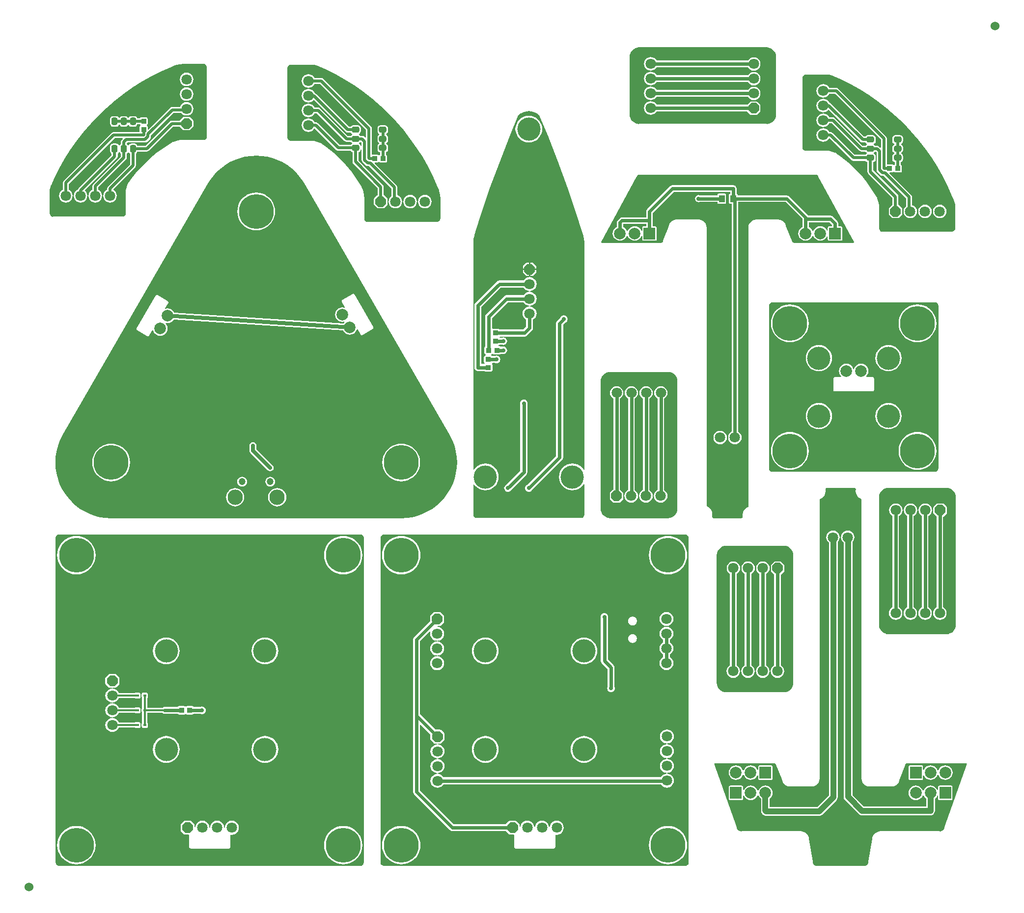
<source format=gbl>
G04 Layer_Physical_Order=2*
G04 Layer_Color=16711680*
%FSLAX44Y44*%
%MOMM*%
G71*
G01*
G75*
%ADD11C,0.6000*%
%ADD12C,0.7000*%
%ADD13R,0.8500X0.8500*%
%ADD14R,0.8500X0.8500*%
%ADD17C,0.3000*%
G04:AMPARAMS|DCode=18|XSize=1.3mm|YSize=1mm|CornerRadius=0.25mm|HoleSize=0mm|Usage=FLASHONLY|Rotation=360.000|XOffset=0mm|YOffset=0mm|HoleType=Round|Shape=RoundedRectangle|*
%AMROUNDEDRECTD18*
21,1,1.3000,0.5000,0,0,360.0*
21,1,0.8000,1.0000,0,0,360.0*
1,1,0.5000,0.4000,-0.2500*
1,1,0.5000,-0.4000,-0.2500*
1,1,0.5000,-0.4000,0.2500*
1,1,0.5000,0.4000,0.2500*
%
%ADD18ROUNDEDRECTD18*%
%ADD22C,1.0000*%
G04:AMPARAMS|DCode=27|XSize=1.3mm|YSize=1mm|CornerRadius=0.25mm|HoleSize=0mm|Usage=FLASHONLY|Rotation=270.000|XOffset=0mm|YOffset=0mm|HoleType=Round|Shape=RoundedRectangle|*
%AMROUNDEDRECTD27*
21,1,1.3000,0.5000,0,0,270.0*
21,1,0.8000,1.0000,0,0,270.0*
1,1,0.5000,-0.2500,-0.4000*
1,1,0.5000,-0.2500,0.4000*
1,1,0.5000,0.2500,0.4000*
1,1,0.5000,0.2500,-0.4000*
%
%ADD27ROUNDEDRECTD27*%
%ADD28C,0.5000*%
%ADD29R,1.0000X1.2500*%
%ADD30C,1.5240*%
%ADD31C,4.0000*%
%ADD32P,1.9483X8X292.5*%
%ADD33C,1.8000*%
%ADD34P,1.9483X8X22.5*%
%ADD35C,6.0000*%
%ADD36C,0.7000*%
%ADD37C,2.0000*%
%ADD38C,1.2000*%
%ADD39C,2.6400*%
%ADD40R,2.0000X2.0000*%
%ADD41P,1.9483X8X382.5*%
%ADD42R,0.5000X0.4000*%
G36*
X1283149Y1465831D02*
X1286177Y1464912D01*
X1288967Y1463421D01*
X1291413Y1461413D01*
X1293421Y1458967D01*
X1294912Y1456177D01*
X1295831Y1453149D01*
X1296132Y1450085D01*
X1296115Y1450000D01*
Y1350000D01*
X1296132Y1349915D01*
X1295831Y1346851D01*
X1294912Y1343823D01*
X1293421Y1341033D01*
X1291413Y1338587D01*
X1288967Y1336579D01*
X1286177Y1335088D01*
X1283149Y1334169D01*
X1280085Y1333868D01*
X1280000Y1333885D01*
X1060000D01*
X1059915Y1333868D01*
X1056851Y1334169D01*
X1053823Y1335088D01*
X1051033Y1336579D01*
X1048587Y1338587D01*
X1046580Y1341033D01*
X1045088Y1343823D01*
X1044169Y1346851D01*
X1043868Y1349915D01*
X1043885Y1350000D01*
Y1450000D01*
X1043868Y1450085D01*
X1044169Y1453149D01*
X1045088Y1456177D01*
X1046580Y1458967D01*
X1048587Y1461413D01*
X1051033Y1463421D01*
X1053823Y1464912D01*
X1056851Y1465831D01*
X1059915Y1466132D01*
X1060000Y1466115D01*
X1280000D01*
X1280085Y1466132D01*
X1283149Y1465831D01*
D02*
G37*
G36*
X500239Y1435724D02*
X505837Y1434380D01*
X508255Y1433379D01*
X509418Y1432885D01*
Y1432885D01*
X509418Y1432885D01*
X519388Y1428466D01*
X536467Y1419869D01*
X553104Y1410444D01*
X569258Y1400215D01*
X584891Y1389205D01*
X599965Y1377441D01*
X614443Y1364952D01*
X628291Y1351767D01*
X641476Y1337919D01*
X653965Y1323441D01*
X665729Y1308367D01*
X676738Y1292734D01*
X686968Y1276580D01*
X696393Y1259943D01*
X704989Y1242864D01*
X712738Y1225384D01*
X714848Y1219914D01*
X714846Y1219910D01*
X714846Y1219910D01*
X715661Y1217941D01*
X717155Y1211721D01*
X717628Y1205712D01*
X717583Y1205488D01*
Y1172063D01*
X717552Y1170855D01*
X717358Y1169631D01*
X716743Y1168147D01*
X715686Y1166769D01*
X714309Y1165713D01*
X712705Y1165048D01*
X711596Y1164902D01*
X710367Y1164903D01*
X710367Y1164903D01*
X709149Y1164872D01*
X708768Y1164872D01*
X593545D01*
X592500Y1164872D01*
X592296Y1164861D01*
X591094Y1164982D01*
X589824Y1165235D01*
X587980Y1166468D01*
X586747Y1168312D01*
X586385Y1170136D01*
Y1204988D01*
X586395Y1205000D01*
X586404Y1205000D01*
X585999Y1211173D01*
X584762Y1217394D01*
X583178Y1222060D01*
X583150Y1222200D01*
X583150Y1222200D01*
X583130Y1222302D01*
X582981Y1222525D01*
X582899Y1222682D01*
X582580Y1223278D01*
X581139Y1225974D01*
X573130Y1238853D01*
X564296Y1251181D01*
X554674Y1262905D01*
X544307Y1273975D01*
X533237Y1284342D01*
X521513Y1293964D01*
X512186Y1300648D01*
X512167Y1300622D01*
X511487Y1301077D01*
X511350Y1301104D01*
X510498Y1301524D01*
X504996Y1303392D01*
X499298Y1304525D01*
X493500Y1304905D01*
X492624Y1304848D01*
X492500Y1304872D01*
X461045D01*
X460000Y1304872D01*
X459796Y1304861D01*
X458594Y1304982D01*
X457324Y1305235D01*
X455480Y1306467D01*
X454247Y1308312D01*
X453885Y1310136D01*
Y1429988D01*
X453851Y1430155D01*
X454289Y1432353D01*
X455629Y1434359D01*
X457634Y1435699D01*
X459833Y1436136D01*
X460000Y1436103D01*
X492337D01*
X493500Y1436103D01*
X493596Y1436105D01*
X494860Y1436148D01*
X500239Y1435724D01*
D02*
G37*
G36*
X274512Y1437583D02*
X307937D01*
X309145Y1437552D01*
X310369Y1437358D01*
X311853Y1436743D01*
X313231Y1435686D01*
X314287Y1434309D01*
X314952Y1432705D01*
X315098Y1431595D01*
X315097Y1430367D01*
X315097Y1430367D01*
X315128Y1429149D01*
X315128Y1428768D01*
Y1313545D01*
X315128Y1312500D01*
X315139Y1312296D01*
X315018Y1311094D01*
X314765Y1309824D01*
X313533Y1307980D01*
X311688Y1306747D01*
X309864Y1306385D01*
X275012D01*
X275000Y1306395D01*
X275000Y1306404D01*
X268827Y1305999D01*
X262606Y1304762D01*
X257939Y1303178D01*
X257800Y1303150D01*
X257800Y1303150D01*
X257698Y1303130D01*
X257475Y1302981D01*
X257318Y1302899D01*
X256723Y1302581D01*
X254026Y1301139D01*
X241147Y1293130D01*
X228819Y1284296D01*
X217095Y1274675D01*
X206025Y1264307D01*
X195658Y1253237D01*
X186036Y1241514D01*
X179352Y1232186D01*
X179378Y1232167D01*
X178923Y1231487D01*
X178896Y1231350D01*
X178476Y1230498D01*
X176608Y1224996D01*
X175475Y1219298D01*
X175095Y1213500D01*
X175152Y1212624D01*
X175128Y1212500D01*
Y1181045D01*
X175128Y1180000D01*
X175139Y1179796D01*
X175018Y1178594D01*
X174765Y1177324D01*
X173533Y1175480D01*
X171688Y1174247D01*
X169864Y1173885D01*
X50012D01*
X49845Y1173851D01*
X47647Y1174289D01*
X45641Y1175629D01*
X44301Y1177634D01*
X43864Y1179833D01*
X43897Y1180000D01*
Y1212337D01*
X43897Y1213500D01*
X43895Y1213596D01*
X43852Y1214860D01*
X44276Y1220239D01*
X45620Y1225837D01*
X46621Y1228255D01*
X47115Y1229418D01*
X47115D01*
X47115Y1229418D01*
X51534Y1239388D01*
X60131Y1256467D01*
X69556Y1273104D01*
X79785Y1289258D01*
X90795Y1304891D01*
X102559Y1319965D01*
X115048Y1334443D01*
X128233Y1348291D01*
X142081Y1361476D01*
X156559Y1373965D01*
X171633Y1385728D01*
X187266Y1396738D01*
X203420Y1406968D01*
X220057Y1416393D01*
X237136Y1424989D01*
X254616Y1432738D01*
X260086Y1434848D01*
X260091Y1434846D01*
X260091Y1434846D01*
X262059Y1435661D01*
X268279Y1437155D01*
X274288Y1437628D01*
X274512Y1437583D01*
D02*
G37*
G36*
X1387792Y1418714D02*
X1393390Y1417370D01*
X1395807Y1416369D01*
X1396971Y1415874D01*
Y1415874D01*
X1396971Y1415874D01*
X1406940Y1411455D01*
X1424019Y1402858D01*
X1440656Y1393434D01*
X1456810Y1383204D01*
X1472443Y1372194D01*
X1487517Y1360430D01*
X1501996Y1347941D01*
X1515844Y1334757D01*
X1529028Y1320909D01*
X1541517Y1306430D01*
X1553281Y1291356D01*
X1564291Y1275724D01*
X1574521Y1259569D01*
X1583945Y1242933D01*
X1592542Y1225854D01*
X1600291Y1208373D01*
X1602401Y1202903D01*
X1602399Y1202899D01*
X1602399Y1202899D01*
X1603214Y1200930D01*
X1604707Y1194710D01*
X1605180Y1188701D01*
X1605136Y1188477D01*
Y1155052D01*
X1605105Y1153845D01*
X1604910Y1152620D01*
X1604295Y1151136D01*
X1603239Y1149759D01*
X1601861Y1148702D01*
X1600258Y1148038D01*
X1599148Y1147892D01*
X1597920Y1147892D01*
X1597919Y1147892D01*
X1596702Y1147862D01*
X1596321Y1147862D01*
X1481097D01*
X1480052Y1147862D01*
X1479849Y1147851D01*
X1478647Y1147972D01*
X1477377Y1148224D01*
X1475532Y1149457D01*
X1474300Y1151301D01*
X1473937Y1153125D01*
Y1187977D01*
X1473947Y1187990D01*
X1473956Y1187990D01*
X1473552Y1194163D01*
X1472314Y1200384D01*
X1470730Y1205050D01*
X1470703Y1205190D01*
X1470703Y1205190D01*
X1470682Y1205291D01*
X1470533Y1205514D01*
X1470451Y1205672D01*
X1470133Y1206267D01*
X1468692Y1208963D01*
X1460683Y1221843D01*
X1451849Y1234171D01*
X1442227Y1245895D01*
X1431859Y1256964D01*
X1420790Y1267332D01*
X1409066Y1276954D01*
X1399738Y1283638D01*
X1399720Y1283611D01*
X1399039Y1284066D01*
X1398903Y1284093D01*
X1398050Y1284513D01*
X1392549Y1286381D01*
X1386850Y1287514D01*
X1381053Y1287894D01*
X1380176Y1287837D01*
X1380052Y1287862D01*
X1348598D01*
X1347552Y1287862D01*
X1347349Y1287851D01*
X1346147Y1287972D01*
X1344877Y1288224D01*
X1343032Y1289457D01*
X1341800Y1291301D01*
X1341437Y1293125D01*
Y1412977D01*
X1341404Y1413144D01*
X1341841Y1415343D01*
X1343181Y1417348D01*
X1345187Y1418688D01*
X1347386Y1419126D01*
X1347552Y1419092D01*
X1379890D01*
X1381053Y1419092D01*
X1381148Y1419094D01*
X1382412Y1419137D01*
X1387792Y1418714D01*
D02*
G37*
G36*
X409431Y1278768D02*
X418772Y1277383D01*
X427931Y1275089D01*
X436822Y1271907D01*
X445357Y1267870D01*
X453456Y1263016D01*
X461041Y1257391D01*
X468037Y1251050D01*
X474378Y1244053D01*
X480003Y1236469D01*
X483239Y1231071D01*
X483274Y1231091D01*
X733274Y798078D01*
X733239Y798058D01*
X734858Y795357D01*
X738895Y786821D01*
X742076Y777931D01*
X744370Y768771D01*
X745756Y759431D01*
X746219Y750000D01*
X745756Y740569D01*
X744370Y731229D01*
X742076Y722069D01*
X738895Y713179D01*
X734858Y704643D01*
X730003Y696544D01*
X724378Y688959D01*
X718037Y681963D01*
X711041Y675622D01*
X703456Y669997D01*
X695357Y665143D01*
X686822Y661105D01*
X677931Y657924D01*
X668772Y655630D01*
X659431Y654244D01*
X650253Y653793D01*
X650000Y653844D01*
X150000D01*
X149747Y653793D01*
X140569Y654244D01*
X131229Y655630D01*
X122069Y657924D01*
X113179Y661105D01*
X104643Y665143D01*
X96544Y669997D01*
X88959Y675622D01*
X81963Y681963D01*
X75622Y688959D01*
X69997Y696544D01*
X65142Y704643D01*
X61105Y713179D01*
X57924Y722069D01*
X55630Y731229D01*
X54244Y740569D01*
X53781Y750000D01*
X54244Y759431D01*
X55630Y768771D01*
X57924Y777931D01*
X61105Y786821D01*
X65142Y795357D01*
X66761Y798058D01*
X66726Y798078D01*
X316726Y1231091D01*
X316761Y1231071D01*
X319997Y1236469D01*
X325622Y1244053D01*
X331963Y1251050D01*
X338959Y1257391D01*
X346544Y1263016D01*
X354643Y1267870D01*
X363179Y1271907D01*
X372069Y1275089D01*
X381229Y1277383D01*
X390569Y1278768D01*
X400000Y1279232D01*
X409431Y1278768D01*
D02*
G37*
G36*
X1367932Y1245400D02*
X1368818Y1244074D01*
X1368875Y1243787D01*
X1368875Y1243787D01*
X1368989Y1243545D01*
X1368990Y1243539D01*
X1368996Y1243530D01*
X1369162Y1243179D01*
X1430505Y1129945D01*
X1429855Y1128853D01*
X1328777Y1128854D01*
X1328602Y1128854D01*
X1327363Y1128868D01*
X1326637Y1128970D01*
X1327302Y1128874D01*
X1326155Y1129038D01*
X1325948Y1129079D01*
X1324909Y1129774D01*
X1324215Y1130813D01*
X1324152Y1131129D01*
X1324152Y1131129D01*
X1323970Y1131517D01*
X1313539Y1155993D01*
X1313195Y1158604D01*
X1311808Y1161954D01*
X1309601Y1164830D01*
X1306724Y1167038D01*
X1303375Y1168425D01*
X1299780Y1168898D01*
Y1168898D01*
X1299737Y1168855D01*
X1262886Y1168937D01*
X1262452Y1169023D01*
Y1169068D01*
X1258858Y1168595D01*
X1255508Y1167207D01*
X1252631Y1165000D01*
X1250424Y1162124D01*
X1249037Y1158774D01*
X1248564Y1155179D01*
X1248591D01*
X1248593Y1155178D01*
X1248806Y673367D01*
X1245597Y672038D01*
X1242721Y669830D01*
X1240514Y666954D01*
X1239126Y663604D01*
X1238653Y660010D01*
X1238653D01*
X1238724Y658769D01*
X1238790Y655695D01*
X1238174Y654774D01*
X1237135Y654079D01*
X1236928Y654038D01*
X1235782Y653874D01*
X1236446Y653970D01*
X1236928Y654038D01*
X1236968Y654046D01*
X1236446Y653970D01*
X1235720Y653868D01*
X1234481Y653854D01*
X1234306Y653854D01*
X1190777D01*
X1190602Y653854D01*
X1189363Y653868D01*
X1188637Y653970D01*
X1188115Y654046D01*
X1188155Y654038D01*
X1188637Y653970D01*
X1189302Y653874D01*
X1188155Y654038D01*
X1187948Y654079D01*
X1186909Y654774D01*
X1186286Y655706D01*
X1186340Y660782D01*
X1186385Y661010D01*
X1186431D01*
X1185957Y664604D01*
X1184570Y667954D01*
X1182363Y670831D01*
X1179486Y673038D01*
X1176278Y674367D01*
X1176491Y1155008D01*
X1176536Y1155010D01*
X1176062Y1158604D01*
X1174675Y1161954D01*
X1172468Y1164830D01*
X1169591Y1167038D01*
X1166242Y1168425D01*
X1163226Y1168822D01*
X1162638Y1168938D01*
X1124565Y1168854D01*
X1124520Y1168898D01*
Y1168898D01*
X1120925Y1168425D01*
X1117575Y1167038D01*
X1114699Y1164830D01*
X1112492Y1161954D01*
X1111104Y1158604D01*
X1110742Y1155854D01*
X1101529Y1132572D01*
X1101405Y1132257D01*
X1100935Y1131138D01*
X1100855Y1130985D01*
X1100929Y1131125D01*
X1100389Y1130101D01*
X1100855Y1130985D01*
X1100342Y1130025D01*
X1100174Y1129774D01*
X1099135Y1129079D01*
X1098928Y1129038D01*
X1097782Y1128874D01*
X1098446Y1128970D01*
X1098928Y1129038D01*
X1098968Y1129046D01*
X1098446Y1128970D01*
X1097720Y1128868D01*
X1096481Y1128854D01*
X1096306Y1128854D01*
X995228Y1128853D01*
X994578Y1129945D01*
X1055665Y1242706D01*
X1055921Y1243179D01*
X1056087Y1243531D01*
X1056093Y1243539D01*
X1056209Y1243787D01*
X1056780Y1244845D01*
X1057152Y1245400D01*
X1058298Y1246166D01*
X1366785D01*
X1367932Y1245400D01*
D02*
G37*
G36*
X1572381Y1025749D02*
X1574400Y1024400D01*
X1575749Y1022381D01*
X1576189Y1020167D01*
X1576156Y1020000D01*
Y740000D01*
X1576189Y739833D01*
X1575749Y737619D01*
X1574400Y735600D01*
X1572381Y734251D01*
X1570167Y733811D01*
X1570000Y733844D01*
X1290000D01*
X1289833Y733811D01*
X1287619Y734251D01*
X1285600Y735600D01*
X1284251Y737619D01*
X1283811Y739833D01*
X1283844Y740000D01*
Y1020000D01*
X1283811Y1020167D01*
X1284251Y1022381D01*
X1285600Y1024400D01*
X1287619Y1025749D01*
X1289833Y1026189D01*
X1290000Y1026156D01*
X1570000D01*
X1570167Y1026189D01*
X1572381Y1025749D01*
D02*
G37*
G36*
X1113149Y905831D02*
X1116177Y904912D01*
X1118967Y903420D01*
X1121413Y901413D01*
X1123420Y898967D01*
X1124912Y896177D01*
X1125831Y893149D01*
X1126132Y890085D01*
X1126115Y890000D01*
Y670000D01*
X1126132Y669915D01*
X1125831Y666851D01*
X1124912Y663823D01*
X1123420Y661033D01*
X1121413Y658587D01*
X1118967Y656580D01*
X1116177Y655088D01*
X1113149Y654169D01*
X1110085Y653868D01*
X1110000Y653885D01*
X1010000D01*
X1009915Y653868D01*
X1006851Y654169D01*
X1003823Y655088D01*
X1001033Y656580D01*
X998587Y658587D01*
X996580Y661033D01*
X995088Y663823D01*
X994169Y666851D01*
X993868Y669915D01*
X993885Y670000D01*
Y890000D01*
X993868Y890085D01*
X994169Y893149D01*
X995088Y896177D01*
X996580Y898967D01*
X998587Y901413D01*
X1001033Y903420D01*
X1003823Y904912D01*
X1006851Y905831D01*
X1009915Y906132D01*
X1010000Y906115D01*
X1110000D01*
X1110085Y906132D01*
X1113149Y905831D01*
D02*
G37*
G36*
X874157Y1355891D02*
X878212Y1354917D01*
X882065Y1353321D01*
X885621Y1351142D01*
X888199Y1348940D01*
X902977Y1313263D01*
X920152Y1269175D01*
X936387Y1224733D01*
X951675Y1179955D01*
X961845Y1147964D01*
X962138Y1147043D01*
X962138D01*
X962247Y1146780D01*
X962649Y1145596D01*
X963993Y1141636D01*
X965298Y1135075D01*
X965639Y1129874D01*
X965639Y1129874D01*
X965639D01*
X965646Y1129867D01*
Y737778D01*
X964414Y737469D01*
X964216Y737840D01*
X961342Y741342D01*
X957840Y744216D01*
X953844Y746352D01*
X949509Y747667D01*
X945000Y748111D01*
X940491Y747667D01*
X936156Y746352D01*
X932160Y744216D01*
X928658Y741342D01*
X925784Y737840D01*
X923648Y733844D01*
X922333Y729509D01*
X921889Y725000D01*
X922333Y720491D01*
X923648Y716156D01*
X925784Y712160D01*
X928658Y708658D01*
X932160Y705784D01*
X936156Y703648D01*
X940491Y702333D01*
X945000Y701889D01*
X949509Y702333D01*
X953844Y703648D01*
X957840Y705784D01*
X961342Y708658D01*
X964216Y712160D01*
X964414Y712531D01*
X965646Y712222D01*
Y660000D01*
X965680Y659833D01*
X965278Y657814D01*
X964040Y655960D01*
X962186Y654722D01*
X960167Y654321D01*
X960000Y654354D01*
X780000D01*
X779833Y654321D01*
X777814Y654722D01*
X775960Y655960D01*
X774722Y657814D01*
X774320Y659833D01*
X774354Y660000D01*
Y712222D01*
X775586Y712531D01*
X775784Y712160D01*
X778658Y708658D01*
X782160Y705784D01*
X786156Y703648D01*
X790491Y702333D01*
X795000Y701889D01*
X799509Y702333D01*
X803844Y703648D01*
X807840Y705784D01*
X811342Y708658D01*
X814216Y712160D01*
X816352Y716156D01*
X817667Y720491D01*
X818111Y725000D01*
X817667Y729509D01*
X816352Y733844D01*
X814216Y737840D01*
X811342Y741342D01*
X807840Y744216D01*
X803844Y746352D01*
X799509Y747667D01*
X795000Y748111D01*
X790491Y747667D01*
X786156Y746352D01*
X782160Y744216D01*
X778658Y741342D01*
X775784Y737840D01*
X775586Y737469D01*
X774354Y737778D01*
Y1129867D01*
X774361Y1129874D01*
X774361Y1129874D01*
X774361Y1129874D01*
X774702Y1135075D01*
X776007Y1141636D01*
X777443Y1145865D01*
X777862Y1147043D01*
X777862Y1147043D01*
X777862Y1147043D01*
X778155Y1147964D01*
X788325Y1179955D01*
X803613Y1224733D01*
X819848Y1269175D01*
X837023Y1313263D01*
X851801Y1348940D01*
X854379Y1351142D01*
X857935Y1353321D01*
X861788Y1354917D01*
X865843Y1355891D01*
X870000Y1356218D01*
X874157Y1355891D01*
D02*
G37*
G36*
X1593149Y705831D02*
X1596177Y704912D01*
X1598967Y703420D01*
X1601413Y701413D01*
X1603421Y698967D01*
X1604912Y696177D01*
X1605831Y693149D01*
X1606132Y690085D01*
X1606115Y690000D01*
Y470000D01*
X1606132Y469915D01*
X1605831Y466851D01*
X1604912Y463823D01*
X1603421Y461033D01*
X1601413Y458587D01*
X1598967Y456580D01*
X1596177Y455088D01*
X1593149Y454169D01*
X1590085Y453868D01*
X1590000Y453885D01*
X1490000D01*
X1489915Y453868D01*
X1486851Y454169D01*
X1483823Y455088D01*
X1481033Y456580D01*
X1478587Y458587D01*
X1476579Y461033D01*
X1475088Y463823D01*
X1474169Y466851D01*
X1473868Y469915D01*
X1473885Y470000D01*
Y690000D01*
X1473868Y690085D01*
X1474169Y693149D01*
X1475088Y696177D01*
X1476579Y698967D01*
X1478587Y701413D01*
X1481033Y703420D01*
X1483823Y704912D01*
X1486851Y705831D01*
X1489915Y706132D01*
X1490000Y706115D01*
X1590000D01*
X1590085Y706132D01*
X1593149Y705831D01*
D02*
G37*
G36*
X1429400Y706106D02*
X1430638Y706091D01*
X1431393Y705985D01*
X1431885Y705913D01*
X1431847Y705921D01*
X1431393Y705985D01*
X1430702Y706085D01*
X1431847Y705921D01*
X1432036Y705883D01*
X1433062Y705198D01*
X1433665Y704295D01*
X1433599Y701231D01*
X1433529Y699990D01*
X1433529D01*
X1434004Y696385D01*
X1435395Y693026D01*
X1437609Y690141D01*
X1440494Y687927D01*
X1443682Y686607D01*
X1443468Y204992D01*
X1443424Y204990D01*
X1443899Y201385D01*
X1445290Y198026D01*
X1447504Y195141D01*
X1450389Y192927D01*
X1453748Y191536D01*
X1456767Y191138D01*
X1457362Y191021D01*
X1495436Y191106D01*
X1495480Y191061D01*
Y191061D01*
X1499086Y191536D01*
X1502445Y192927D01*
X1505330Y195141D01*
X1507543Y198026D01*
X1508935Y201385D01*
X1509297Y204133D01*
X1518508Y227412D01*
X1518634Y227731D01*
X1519103Y228849D01*
X1519198Y229029D01*
X1519109Y228864D01*
X1519653Y229890D01*
X1519198Y229029D01*
X1519697Y229961D01*
X1519855Y230198D01*
X1520880Y230883D01*
X1521070Y230921D01*
X1522215Y231085D01*
X1521524Y230985D01*
X1521070Y230921D01*
X1521031Y230913D01*
X1521524Y230985D01*
X1522279Y231091D01*
X1523517Y231106D01*
X1523695Y231106D01*
X1624930Y231106D01*
X1625661Y230068D01*
X1586866Y121295D01*
X1586770Y120640D01*
X1586740Y120493D01*
X1586622Y120509D01*
X1586491Y119514D01*
X1585716Y117642D01*
X1584482Y116033D01*
X1582874Y114800D01*
X1581001Y114024D01*
X1579219Y113789D01*
X1577977Y113893D01*
X1577976Y113893D01*
X1576768Y113875D01*
X1477458Y113875D01*
X1477381Y113860D01*
X1476625Y113959D01*
X1472794Y113455D01*
X1469224Y111976D01*
X1466158Y109624D01*
X1463806Y106558D01*
X1462327Y102988D01*
X1462047Y100860D01*
X1461960Y100629D01*
X1455437Y61492D01*
X1455210Y60292D01*
X1455210D01*
X1455210Y60292D01*
X1455042Y59015D01*
X1454344Y57330D01*
X1453233Y55882D01*
X1451786Y54772D01*
X1450100Y54074D01*
X1448987Y53927D01*
X1447760Y53906D01*
X1447759Y53906D01*
X1446535Y53875D01*
X1446233Y53875D01*
X1368683Y53875D01*
X1368382Y53875D01*
X1367158Y53906D01*
X1367157Y53906D01*
X1365930Y53927D01*
X1364816Y54074D01*
X1363131Y54772D01*
X1361684Y55882D01*
X1360573Y57330D01*
X1359875Y59015D01*
X1359707Y60292D01*
X1359707Y60292D01*
X1359707D01*
X1359480Y61492D01*
X1352957Y100629D01*
X1352869Y100860D01*
X1352589Y102988D01*
X1351111Y106558D01*
X1348758Y109624D01*
X1345693Y111976D01*
X1342123Y113455D01*
X1338292Y113959D01*
X1337536Y113860D01*
X1337458Y113875D01*
X1238149Y113875D01*
X1236941Y113893D01*
X1236939Y113893D01*
X1235697Y113789D01*
X1233915Y114024D01*
X1232043Y114800D01*
X1230435Y116033D01*
X1229201Y117642D01*
X1228425Y119514D01*
X1228294Y120509D01*
X1228176Y120493D01*
X1228147Y120640D01*
X1228051Y121295D01*
X1189255Y230068D01*
X1189987Y231106D01*
X1291222Y231106D01*
X1291400Y231106D01*
X1292638Y231091D01*
X1293393Y230985D01*
X1293885Y230913D01*
X1293847Y230921D01*
X1293393Y230985D01*
X1292702Y231085D01*
X1293847Y230921D01*
X1294036Y230883D01*
X1295062Y230198D01*
X1295748Y229172D01*
X1295810Y228860D01*
X1295810Y228860D01*
X1295992Y228467D01*
X1306422Y203994D01*
X1306765Y201385D01*
X1308157Y198026D01*
X1310371Y195141D01*
X1313255Y192927D01*
X1316615Y191536D01*
X1320220Y191061D01*
Y191061D01*
X1320263Y191104D01*
X1357114Y191022D01*
X1357548Y190936D01*
Y190891D01*
X1361153Y191366D01*
X1364512Y192758D01*
X1367397Y194971D01*
X1369611Y197856D01*
X1371002Y201216D01*
X1371477Y204821D01*
X1371450D01*
X1371448Y204823D01*
X1371235Y686607D01*
X1374423Y687927D01*
X1377308Y690141D01*
X1379521Y693026D01*
X1380913Y696385D01*
X1381387Y699990D01*
X1381387D01*
X1381317Y701231D01*
X1381251Y704295D01*
X1381855Y705198D01*
X1382880Y705883D01*
X1383070Y705921D01*
X1384215Y706085D01*
X1383524Y705985D01*
X1383070Y705921D01*
X1383031Y705913D01*
X1383524Y705985D01*
X1384279Y706091D01*
X1385517Y706106D01*
X1385695Y706106D01*
X1429222D01*
X1429400Y706106D01*
D02*
G37*
G36*
X1142186Y625278D02*
X1144040Y624040D01*
X1145278Y622186D01*
X1145680Y620167D01*
X1145646Y620000D01*
Y60000D01*
X1145680Y59833D01*
X1145278Y57814D01*
X1144040Y55960D01*
X1142186Y54722D01*
X1141199Y54526D01*
X1140000Y54354D01*
Y54354D01*
X620000D01*
X619833Y54320D01*
X617814Y54722D01*
X615960Y55960D01*
X614722Y57814D01*
X614526Y58801D01*
X614354Y60000D01*
X614354D01*
Y620000D01*
X614320Y620167D01*
X614722Y622186D01*
X615960Y624040D01*
X617814Y625278D01*
X619833Y625680D01*
X620000Y625646D01*
X1140000D01*
X1140167Y625680D01*
X1142186Y625278D01*
D02*
G37*
G36*
X582186D02*
X584040Y624040D01*
X585278Y622186D01*
X585680Y620167D01*
X585646Y620000D01*
Y60000D01*
X585680Y59833D01*
X585278Y57814D01*
X584040Y55960D01*
X582186Y54722D01*
X581199Y54526D01*
X580000Y54354D01*
Y54354D01*
X60000D01*
X59833Y54320D01*
X57814Y54722D01*
X55960Y55960D01*
X54722Y57814D01*
X54526Y58801D01*
X54354Y60000D01*
X54354D01*
Y620000D01*
X54321Y620167D01*
X54722Y622186D01*
X55960Y624040D01*
X57814Y625278D01*
X59833Y625680D01*
X60000Y625646D01*
X580000D01*
X580167Y625680D01*
X582186Y625278D01*
D02*
G37*
G36*
X1313149Y605831D02*
X1316177Y604912D01*
X1318967Y603420D01*
X1321413Y601413D01*
X1323421Y598967D01*
X1324912Y596177D01*
X1325831Y593149D01*
X1326132Y590085D01*
X1326115Y590000D01*
Y370000D01*
X1326132Y369915D01*
X1325831Y366851D01*
X1324912Y363823D01*
X1323421Y361033D01*
X1321413Y358587D01*
X1318967Y356580D01*
X1316177Y355088D01*
X1313149Y354169D01*
X1310085Y353868D01*
X1310000Y353885D01*
X1210000D01*
X1209915Y353868D01*
X1206851Y354169D01*
X1203823Y355088D01*
X1201033Y356580D01*
X1198587Y358587D01*
X1196580Y361033D01*
X1195088Y363823D01*
X1194169Y366851D01*
X1193868Y369915D01*
X1193885Y370000D01*
Y590000D01*
X1193868Y590085D01*
X1194169Y593149D01*
X1195088Y596177D01*
X1196580Y598967D01*
X1198587Y601413D01*
X1201033Y603420D01*
X1203823Y604912D01*
X1206851Y605831D01*
X1209915Y606132D01*
X1210000Y606115D01*
X1310000D01*
X1310085Y606132D01*
X1313149Y605831D01*
D02*
G37*
%LPC*%
G36*
X1080000Y1449240D02*
X1076988Y1448843D01*
X1074180Y1447680D01*
X1071770Y1445830D01*
X1069920Y1443420D01*
X1068757Y1440613D01*
X1068360Y1437600D01*
X1068757Y1434588D01*
X1069920Y1431780D01*
X1071770Y1429370D01*
X1074180Y1427520D01*
X1076988Y1426357D01*
X1080000Y1425961D01*
X1083012Y1426357D01*
X1085820Y1427520D01*
X1088230Y1429370D01*
X1090080Y1431780D01*
X1090151Y1431951D01*
X1247475D01*
X1247670Y1431480D01*
X1249520Y1429070D01*
X1251930Y1427220D01*
X1254737Y1426057D01*
X1257750Y1425661D01*
X1260763Y1426057D01*
X1263570Y1427220D01*
X1265980Y1429070D01*
X1267830Y1431480D01*
X1268993Y1434288D01*
X1269390Y1437300D01*
X1268993Y1440313D01*
X1267830Y1443120D01*
X1265980Y1445530D01*
X1263570Y1447380D01*
X1260763Y1448543D01*
X1257750Y1448940D01*
X1254737Y1448543D01*
X1251930Y1447380D01*
X1249520Y1445530D01*
X1247769Y1443248D01*
X1090151D01*
X1090080Y1443420D01*
X1088230Y1445830D01*
X1085820Y1447680D01*
X1083012Y1448843D01*
X1080000Y1449240D01*
D02*
G37*
G36*
Y1423840D02*
X1076988Y1423443D01*
X1074180Y1422280D01*
X1071770Y1420430D01*
X1069920Y1418020D01*
X1068757Y1415213D01*
X1068360Y1412200D01*
X1068757Y1409187D01*
X1069920Y1406380D01*
X1071770Y1403970D01*
X1074180Y1402120D01*
X1076988Y1400957D01*
X1080000Y1400560D01*
X1083012Y1400957D01*
X1085820Y1402120D01*
X1088230Y1403970D01*
X1090080Y1406380D01*
X1090151Y1406552D01*
X1247475D01*
X1247670Y1406080D01*
X1249520Y1403670D01*
X1251930Y1401820D01*
X1254737Y1400657D01*
X1257750Y1400260D01*
X1260763Y1400657D01*
X1263570Y1401820D01*
X1265980Y1403670D01*
X1267830Y1406080D01*
X1268993Y1408887D01*
X1269390Y1411900D01*
X1268993Y1414913D01*
X1267830Y1417720D01*
X1265980Y1420130D01*
X1263570Y1421980D01*
X1260763Y1423143D01*
X1257750Y1423540D01*
X1254737Y1423143D01*
X1251930Y1421980D01*
X1249520Y1420130D01*
X1247769Y1417849D01*
X1090151D01*
X1090080Y1418020D01*
X1088230Y1420430D01*
X1085820Y1422280D01*
X1083012Y1423443D01*
X1080000Y1423840D01*
D02*
G37*
G36*
Y1398440D02*
X1076988Y1398043D01*
X1074180Y1396880D01*
X1071770Y1395030D01*
X1069920Y1392620D01*
X1068757Y1389813D01*
X1068360Y1386800D01*
X1068757Y1383788D01*
X1069920Y1380980D01*
X1071770Y1378570D01*
X1074180Y1376720D01*
X1076988Y1375557D01*
X1080000Y1375161D01*
X1083012Y1375557D01*
X1085820Y1376720D01*
X1088230Y1378570D01*
X1090080Y1380980D01*
X1090151Y1381151D01*
X1247475D01*
X1247670Y1380680D01*
X1249520Y1378270D01*
X1251930Y1376420D01*
X1254737Y1375257D01*
X1257750Y1374861D01*
X1260763Y1375257D01*
X1263570Y1376420D01*
X1265980Y1378270D01*
X1267830Y1380680D01*
X1268993Y1383488D01*
X1269390Y1386500D01*
X1268993Y1389513D01*
X1267830Y1392320D01*
X1265980Y1394730D01*
X1263570Y1396580D01*
X1260763Y1397743D01*
X1257750Y1398140D01*
X1254737Y1397743D01*
X1251930Y1396580D01*
X1249520Y1394730D01*
X1247769Y1392448D01*
X1090151D01*
X1090080Y1392620D01*
X1088230Y1395030D01*
X1085820Y1396880D01*
X1083012Y1398043D01*
X1080000Y1398440D01*
D02*
G37*
G36*
Y1373040D02*
X1076988Y1372643D01*
X1074180Y1371480D01*
X1071770Y1369630D01*
X1069920Y1367220D01*
X1068757Y1364413D01*
X1068360Y1361400D01*
X1068757Y1358387D01*
X1069920Y1355580D01*
X1071770Y1353170D01*
X1074180Y1351320D01*
X1076988Y1350157D01*
X1080000Y1349760D01*
X1083012Y1350157D01*
X1085820Y1351320D01*
X1088230Y1353170D01*
X1090080Y1355580D01*
X1090151Y1355751D01*
X1246329D01*
X1246357Y1355609D01*
X1246919Y1354769D01*
X1251419Y1350269D01*
X1252259Y1349707D01*
X1253250Y1349510D01*
X1262250D01*
X1263241Y1349707D01*
X1264081Y1350269D01*
X1268581Y1354769D01*
X1269143Y1355609D01*
X1269340Y1356600D01*
Y1365600D01*
X1269143Y1366591D01*
X1268581Y1367431D01*
X1264081Y1371931D01*
X1263241Y1372493D01*
X1262250Y1372690D01*
X1253250D01*
X1252259Y1372493D01*
X1251419Y1371931D01*
X1246919Y1367431D01*
X1246663Y1367048D01*
X1090151D01*
X1090080Y1367220D01*
X1088230Y1369630D01*
X1085820Y1371480D01*
X1083012Y1372643D01*
X1080000Y1373040D01*
D02*
G37*
G36*
X490000Y1419727D02*
X486987Y1419331D01*
X484180Y1418168D01*
X481770Y1416318D01*
X479920Y1413907D01*
X478757Y1411100D01*
X478360Y1408088D01*
X478757Y1405075D01*
X479920Y1402268D01*
X481770Y1399857D01*
X484180Y1398008D01*
X486987Y1396845D01*
X490000Y1396448D01*
X493013Y1396845D01*
X495820Y1398008D01*
X498230Y1399857D01*
X500080Y1402268D01*
X500362Y1402949D01*
X510271D01*
X589361Y1323859D01*
Y1310553D01*
X588188Y1310067D01*
X586384Y1311871D01*
X584716Y1312985D01*
X582750Y1313376D01*
X579548D01*
X578884Y1314371D01*
X577263Y1315454D01*
X577216Y1315754D01*
Y1316471D01*
X577263Y1316771D01*
X578884Y1317854D01*
X579997Y1319521D01*
X580389Y1321488D01*
Y1326488D01*
X579997Y1328454D01*
X578884Y1330121D01*
X577216Y1331235D01*
X575250Y1331626D01*
X567250D01*
X565284Y1331235D01*
X563616Y1330121D01*
X562952Y1329126D01*
X560129D01*
X502934Y1386321D01*
X501267Y1387435D01*
X500458Y1387596D01*
X500080Y1388507D01*
X498230Y1390918D01*
X495820Y1392768D01*
X493013Y1393931D01*
X490000Y1394327D01*
X486987Y1393931D01*
X484180Y1392768D01*
X481770Y1390918D01*
X479920Y1388507D01*
X478757Y1385700D01*
X478360Y1382688D01*
X478757Y1379675D01*
X479920Y1376868D01*
X481770Y1374457D01*
X484180Y1372608D01*
X486987Y1371445D01*
X490000Y1371048D01*
X493013Y1371445D01*
X495820Y1372608D01*
X498230Y1374457D01*
X498527Y1374843D01*
X499794Y1374926D01*
X554366Y1320354D01*
X556034Y1319240D01*
X558000Y1318849D01*
X562952D01*
X563616Y1317854D01*
X565237Y1316771D01*
X565284Y1316471D01*
Y1315754D01*
X565237Y1315454D01*
X563616Y1314371D01*
X562952Y1313376D01*
X557878D01*
X510334Y1360921D01*
X508666Y1362035D01*
X506700Y1362426D01*
X500362D01*
X500080Y1363107D01*
X498230Y1365518D01*
X495820Y1367368D01*
X493013Y1368531D01*
X490000Y1368927D01*
X486987Y1368531D01*
X484180Y1367368D01*
X481770Y1365518D01*
X479920Y1363107D01*
X478757Y1360300D01*
X478360Y1357288D01*
X478757Y1354275D01*
X479920Y1351468D01*
X481770Y1349057D01*
X484180Y1347207D01*
X486987Y1346045D01*
X490000Y1345648D01*
X493013Y1346045D01*
X495820Y1347207D01*
X498230Y1349057D01*
X500080Y1351468D01*
X500362Y1352149D01*
X504571D01*
X552116Y1304604D01*
X553783Y1303490D01*
X555750Y1303099D01*
X562952D01*
X563616Y1302104D01*
X565237Y1301021D01*
X565284Y1300721D01*
Y1300004D01*
X565237Y1299704D01*
X563616Y1298621D01*
X562952Y1297626D01*
X544128D01*
X506234Y1335521D01*
X504566Y1336635D01*
X502600Y1337026D01*
X500362D01*
X500080Y1337707D01*
X498230Y1340118D01*
X495820Y1341968D01*
X493013Y1343131D01*
X490000Y1343527D01*
X486987Y1343131D01*
X484180Y1341968D01*
X481770Y1340118D01*
X479920Y1337707D01*
X478757Y1334900D01*
X478360Y1331888D01*
X478757Y1328875D01*
X479920Y1326068D01*
X481770Y1323657D01*
X484180Y1321808D01*
X486987Y1320645D01*
X490000Y1320248D01*
X493013Y1320645D01*
X495820Y1321808D01*
X498230Y1323657D01*
X499766Y1325658D01*
X501033Y1325910D01*
X501366Y1325854D01*
X538366Y1288854D01*
X540033Y1287740D01*
X542000Y1287349D01*
X562952D01*
X563616Y1286354D01*
X565284Y1285240D01*
X566111Y1285075D01*
Y1268738D01*
X566502Y1266771D01*
X567616Y1265104D01*
X609461Y1223259D01*
Y1211450D01*
X609109Y1211380D01*
X608269Y1210819D01*
X603769Y1206319D01*
X603207Y1205479D01*
X603010Y1204488D01*
Y1195488D01*
X603207Y1194497D01*
X603769Y1193656D01*
X608269Y1189156D01*
X609109Y1188595D01*
X610100Y1188398D01*
X619100D01*
X620091Y1188595D01*
X620931Y1189156D01*
X625431Y1193656D01*
X625993Y1194497D01*
X626190Y1195488D01*
Y1204488D01*
X625993Y1205479D01*
X625431Y1206319D01*
X620931Y1210819D01*
X620091Y1211380D01*
X619739Y1211450D01*
Y1225388D01*
X619348Y1227354D01*
X618234Y1229021D01*
X576389Y1270866D01*
Y1285075D01*
X577216Y1285240D01*
X578884Y1286354D01*
X579997Y1288021D01*
X580389Y1289988D01*
Y1294988D01*
X579997Y1296954D01*
X578884Y1298621D01*
X577263Y1299704D01*
X577216Y1300004D01*
Y1300721D01*
X577263Y1301021D01*
X578884Y1302104D01*
X579427Y1302917D01*
X580724Y1302996D01*
X581821Y1301899D01*
Y1271574D01*
X582212Y1269608D01*
X583326Y1267941D01*
X588453Y1262814D01*
X590120Y1261700D01*
X592087Y1261309D01*
X594284D01*
X632861Y1222731D01*
Y1209056D01*
X631770Y1208218D01*
X629920Y1205807D01*
X628757Y1203000D01*
X628360Y1199988D01*
X628757Y1196975D01*
X629920Y1194168D01*
X631770Y1191757D01*
X634180Y1189908D01*
X636987Y1188745D01*
X640000Y1188348D01*
X643012Y1188745D01*
X645820Y1189908D01*
X648230Y1191757D01*
X650080Y1194168D01*
X651243Y1196975D01*
X651639Y1199988D01*
X651243Y1203000D01*
X650080Y1205807D01*
X648230Y1208218D01*
X645820Y1210068D01*
X643139Y1211178D01*
Y1224860D01*
X642748Y1226826D01*
X641634Y1228494D01*
X604153Y1265975D01*
X604639Y1267148D01*
X608750D01*
X609741Y1267345D01*
X610581Y1267906D01*
X610771Y1268191D01*
X612229D01*
X612419Y1267906D01*
X613259Y1267345D01*
X614250Y1267148D01*
X622750D01*
X623741Y1267345D01*
X624581Y1267906D01*
X625143Y1268747D01*
X625340Y1269738D01*
Y1278238D01*
X625143Y1279229D01*
X624581Y1280069D01*
X623741Y1280630D01*
X623639Y1280651D01*
Y1285125D01*
X624216Y1285240D01*
X625884Y1286354D01*
X626998Y1288021D01*
X627389Y1289988D01*
Y1294988D01*
X626998Y1296954D01*
X625884Y1298621D01*
X624263Y1299704D01*
X624216Y1300004D01*
Y1300721D01*
X624263Y1301021D01*
X625884Y1302104D01*
X626998Y1303771D01*
X627389Y1305738D01*
Y1310738D01*
X626998Y1312704D01*
X625884Y1314371D01*
X624263Y1315454D01*
X624216Y1315754D01*
Y1316471D01*
X624263Y1316771D01*
X625884Y1317854D01*
X626998Y1319521D01*
X627389Y1321488D01*
Y1326488D01*
X626998Y1328454D01*
X625884Y1330121D01*
X624216Y1331235D01*
X622250Y1331626D01*
X614250D01*
X612284Y1331235D01*
X610616Y1330121D01*
X609502Y1328454D01*
X609111Y1326488D01*
Y1321488D01*
X609502Y1319521D01*
X610616Y1317854D01*
X612237Y1316771D01*
X612284Y1316471D01*
Y1315754D01*
X612237Y1315454D01*
X610616Y1314371D01*
X609502Y1312704D01*
X609111Y1310738D01*
Y1305738D01*
X609502Y1303771D01*
X610616Y1302104D01*
X612237Y1301021D01*
X612284Y1300721D01*
Y1300004D01*
X612237Y1299704D01*
X610616Y1298621D01*
X609502Y1296954D01*
X609111Y1294988D01*
Y1289988D01*
X609502Y1288021D01*
X610616Y1286354D01*
X612284Y1285240D01*
X613361Y1285026D01*
Y1280651D01*
X613259Y1280630D01*
X612419Y1280069D01*
X612229Y1279784D01*
X610771D01*
X610581Y1280069D01*
X609741Y1280630D01*
X608750Y1280827D01*
X600250D01*
X599639Y1281329D01*
Y1325988D01*
X599248Y1327954D01*
X598134Y1329621D01*
X516034Y1411721D01*
X514366Y1412835D01*
X512400Y1413226D01*
X500362D01*
X500080Y1413907D01*
X498230Y1416318D01*
X495820Y1418168D01*
X493013Y1419331D01*
X490000Y1419727D01*
D02*
G37*
G36*
X690800Y1211627D02*
X687787Y1211231D01*
X684980Y1210068D01*
X682570Y1208218D01*
X680720Y1205807D01*
X679557Y1203000D01*
X679160Y1199988D01*
X679557Y1196975D01*
X680720Y1194168D01*
X682570Y1191757D01*
X684980Y1189908D01*
X687787Y1188745D01*
X690800Y1188348D01*
X693812Y1188745D01*
X696620Y1189908D01*
X699030Y1191757D01*
X700880Y1194168D01*
X702043Y1196975D01*
X702439Y1199988D01*
X702043Y1203000D01*
X700880Y1205807D01*
X699030Y1208218D01*
X696620Y1210068D01*
X693812Y1211231D01*
X690800Y1211627D01*
D02*
G37*
G36*
X665400D02*
X662387Y1211231D01*
X659580Y1210068D01*
X657170Y1208218D01*
X655320Y1205807D01*
X654157Y1203000D01*
X653760Y1199988D01*
X654157Y1196975D01*
X655320Y1194168D01*
X657170Y1191757D01*
X659580Y1189908D01*
X662387Y1188745D01*
X665400Y1188348D01*
X668412Y1188745D01*
X671220Y1189908D01*
X673630Y1191757D01*
X675480Y1194168D01*
X676643Y1196975D01*
X677039Y1199988D01*
X676643Y1203000D01*
X675480Y1205807D01*
X673630Y1208218D01*
X671220Y1210068D01*
X668412Y1211231D01*
X665400Y1211627D01*
D02*
G37*
G36*
X280012Y1422440D02*
X277000Y1422043D01*
X274193Y1420880D01*
X271782Y1419030D01*
X269932Y1416620D01*
X268769Y1413813D01*
X268373Y1410800D01*
X268769Y1407787D01*
X269932Y1404980D01*
X271782Y1402570D01*
X274193Y1400720D01*
X277000Y1399557D01*
X280012Y1399160D01*
X283025Y1399557D01*
X285832Y1400720D01*
X288243Y1402570D01*
X290093Y1404980D01*
X291255Y1407787D01*
X291652Y1410800D01*
X291255Y1413813D01*
X290093Y1416620D01*
X288243Y1419030D01*
X285832Y1420880D01*
X283025Y1422043D01*
X280012Y1422440D01*
D02*
G37*
G36*
Y1397039D02*
X277000Y1396643D01*
X274193Y1395480D01*
X271782Y1393630D01*
X269932Y1391220D01*
X268769Y1388412D01*
X268373Y1385400D01*
X268769Y1382388D01*
X269932Y1379580D01*
X271782Y1377170D01*
X274193Y1375320D01*
X277000Y1374157D01*
X280012Y1373760D01*
X283025Y1374157D01*
X285832Y1375320D01*
X288243Y1377170D01*
X290093Y1379580D01*
X291255Y1382388D01*
X291652Y1385400D01*
X291255Y1388412D01*
X290093Y1391220D01*
X288243Y1393630D01*
X285832Y1395480D01*
X283025Y1396643D01*
X280012Y1397039D01*
D02*
G37*
G36*
Y1371640D02*
X277000Y1371243D01*
X274193Y1370080D01*
X271782Y1368230D01*
X269932Y1365820D01*
X268822Y1363139D01*
X255140D01*
X253174Y1362748D01*
X251506Y1361634D01*
X214025Y1324153D01*
X212852Y1324639D01*
Y1328750D01*
X212655Y1329741D01*
X212094Y1330581D01*
X211809Y1330771D01*
Y1332229D01*
X212094Y1332419D01*
X212655Y1333259D01*
X212852Y1334250D01*
Y1342750D01*
X212655Y1343741D01*
X212094Y1344581D01*
X211253Y1345143D01*
X210262Y1345340D01*
X201762D01*
X200771Y1345143D01*
X199931Y1344581D01*
X199370Y1343741D01*
X199349Y1343639D01*
X194875D01*
X194760Y1344216D01*
X193646Y1345884D01*
X191979Y1346998D01*
X190012Y1347389D01*
X185012D01*
X183046Y1346998D01*
X181379Y1345884D01*
X180296Y1344263D01*
X179996Y1344216D01*
X179279D01*
X178979Y1344263D01*
X177896Y1345884D01*
X176229Y1346998D01*
X174262Y1347389D01*
X169262D01*
X167296Y1346998D01*
X165629Y1345884D01*
X164546Y1344263D01*
X164246Y1344216D01*
X163529D01*
X163229Y1344263D01*
X162146Y1345884D01*
X160479Y1346998D01*
X158512Y1347389D01*
X153512D01*
X151546Y1346998D01*
X149879Y1345884D01*
X148765Y1344216D01*
X148374Y1342250D01*
Y1334250D01*
X148765Y1332283D01*
X149879Y1330616D01*
X151546Y1329502D01*
X153512Y1329111D01*
X158512D01*
X160479Y1329502D01*
X162146Y1330616D01*
X163229Y1332237D01*
X163529Y1332283D01*
X164246D01*
X164546Y1332237D01*
X165629Y1330616D01*
X167296Y1329502D01*
X169262Y1329111D01*
X174262D01*
X176229Y1329502D01*
X177896Y1330616D01*
X178979Y1332237D01*
X179279Y1332283D01*
X179996D01*
X180296Y1332237D01*
X181379Y1330616D01*
X183046Y1329502D01*
X185012Y1329111D01*
X190012D01*
X191979Y1329502D01*
X193646Y1330616D01*
X194760Y1332283D01*
X194974Y1333361D01*
X199349D01*
X199370Y1333259D01*
X199931Y1332419D01*
X200216Y1332229D01*
Y1330771D01*
X199931Y1330581D01*
X199370Y1329741D01*
X199173Y1328750D01*
Y1320250D01*
X198671Y1319639D01*
X154012D01*
X152046Y1319248D01*
X150379Y1318134D01*
X68279Y1236034D01*
X67165Y1234367D01*
X66774Y1232400D01*
Y1220362D01*
X66093Y1220080D01*
X63682Y1218230D01*
X61832Y1215820D01*
X60669Y1213012D01*
X60273Y1210000D01*
X60669Y1206988D01*
X61832Y1204180D01*
X63682Y1201770D01*
X66093Y1199920D01*
X68900Y1198757D01*
X71912Y1198360D01*
X74925Y1198757D01*
X77732Y1199920D01*
X80143Y1201770D01*
X81993Y1204180D01*
X83155Y1206988D01*
X83552Y1210000D01*
X83155Y1213012D01*
X81993Y1215820D01*
X80143Y1218230D01*
X77732Y1220080D01*
X77051Y1220362D01*
Y1230272D01*
X156141Y1309361D01*
X169447D01*
X169933Y1308188D01*
X168129Y1306384D01*
X167015Y1304716D01*
X166624Y1302750D01*
Y1299548D01*
X165629Y1298884D01*
X164546Y1297263D01*
X164246Y1297216D01*
X163529D01*
X163229Y1297263D01*
X162146Y1298884D01*
X160479Y1299998D01*
X158512Y1300389D01*
X153512D01*
X151546Y1299998D01*
X149879Y1298884D01*
X148765Y1297216D01*
X148374Y1295250D01*
Y1287250D01*
X148765Y1285284D01*
X149879Y1283616D01*
X150874Y1282952D01*
Y1280128D01*
X93679Y1222934D01*
X92565Y1221266D01*
X92404Y1220458D01*
X91493Y1220080D01*
X89082Y1218230D01*
X87232Y1215820D01*
X86069Y1213012D01*
X85673Y1210000D01*
X86069Y1206988D01*
X87232Y1204180D01*
X89082Y1201770D01*
X91493Y1199920D01*
X94300Y1198757D01*
X97312Y1198360D01*
X100325Y1198757D01*
X103132Y1199920D01*
X105543Y1201770D01*
X107393Y1204180D01*
X108555Y1206988D01*
X108952Y1210000D01*
X108555Y1213012D01*
X107393Y1215820D01*
X105543Y1218230D01*
X105157Y1218527D01*
X105074Y1219794D01*
X159646Y1274366D01*
X160760Y1276033D01*
X161151Y1278000D01*
Y1282952D01*
X162146Y1283616D01*
X163229Y1285237D01*
X163529Y1285284D01*
X164246D01*
X164546Y1285237D01*
X165629Y1283616D01*
X166624Y1282952D01*
Y1277878D01*
X119079Y1230334D01*
X117965Y1228667D01*
X117574Y1226700D01*
Y1220362D01*
X116893Y1220080D01*
X114482Y1218230D01*
X112632Y1215820D01*
X111469Y1213012D01*
X111073Y1210000D01*
X111469Y1206988D01*
X112632Y1204180D01*
X114482Y1201770D01*
X116893Y1199920D01*
X119700Y1198757D01*
X122712Y1198360D01*
X125725Y1198757D01*
X128532Y1199920D01*
X130943Y1201770D01*
X132793Y1204180D01*
X133955Y1206988D01*
X134352Y1210000D01*
X133955Y1213012D01*
X132793Y1215820D01*
X130943Y1218230D01*
X128532Y1220080D01*
X127851Y1220362D01*
Y1224572D01*
X175396Y1272116D01*
X176510Y1273783D01*
X176901Y1275750D01*
Y1282952D01*
X177896Y1283616D01*
X178979Y1285237D01*
X179279Y1285284D01*
X179996D01*
X180296Y1285237D01*
X181379Y1283616D01*
X182374Y1282952D01*
Y1264128D01*
X144479Y1226234D01*
X143365Y1224566D01*
X142974Y1222600D01*
Y1220362D01*
X142293Y1220080D01*
X139882Y1218230D01*
X138032Y1215820D01*
X136869Y1213012D01*
X136473Y1210000D01*
X136869Y1206988D01*
X138032Y1204180D01*
X139882Y1201770D01*
X142293Y1199920D01*
X145100Y1198757D01*
X148112Y1198360D01*
X151125Y1198757D01*
X153932Y1199920D01*
X156343Y1201770D01*
X158193Y1204180D01*
X159355Y1206988D01*
X159752Y1210000D01*
X159355Y1213012D01*
X158193Y1215820D01*
X156343Y1218230D01*
X154342Y1219766D01*
X154090Y1221033D01*
X154146Y1221366D01*
X191146Y1258366D01*
X192260Y1260033D01*
X192651Y1262000D01*
Y1282952D01*
X193646Y1283616D01*
X194760Y1285284D01*
X194925Y1286111D01*
X211262D01*
X213229Y1286502D01*
X214896Y1287616D01*
X256741Y1329461D01*
X268550D01*
X268620Y1329109D01*
X269181Y1328269D01*
X273681Y1323769D01*
X274521Y1323207D01*
X275512Y1323010D01*
X284512D01*
X285503Y1323207D01*
X286344Y1323769D01*
X290844Y1328269D01*
X291405Y1329109D01*
X291602Y1330100D01*
Y1339100D01*
X291405Y1340091D01*
X290844Y1340931D01*
X286344Y1345431D01*
X285503Y1345993D01*
X284512Y1346190D01*
X275512D01*
X274521Y1345993D01*
X273681Y1345431D01*
X269181Y1340931D01*
X268620Y1340091D01*
X268550Y1339739D01*
X254612D01*
X252646Y1339348D01*
X250979Y1338234D01*
X209134Y1296389D01*
X194925D01*
X194760Y1297216D01*
X193646Y1298884D01*
X191979Y1299998D01*
X190012Y1300389D01*
X185012D01*
X183046Y1299998D01*
X181379Y1298884D01*
X180296Y1297263D01*
X179996Y1297216D01*
X179279D01*
X178979Y1297263D01*
X177896Y1298884D01*
X177083Y1299427D01*
X177004Y1300724D01*
X178101Y1301821D01*
X208426D01*
X210392Y1302212D01*
X212059Y1303326D01*
X217186Y1308453D01*
X218300Y1310120D01*
X218691Y1312087D01*
Y1314284D01*
X257269Y1352861D01*
X270944D01*
X271782Y1351770D01*
X274193Y1349920D01*
X277000Y1348757D01*
X280012Y1348360D01*
X283025Y1348757D01*
X285832Y1349920D01*
X288243Y1351770D01*
X290093Y1354180D01*
X291255Y1356987D01*
X291652Y1360000D01*
X291255Y1363013D01*
X290093Y1365820D01*
X288243Y1368230D01*
X285832Y1370080D01*
X283025Y1371243D01*
X280012Y1371640D01*
D02*
G37*
G36*
X1377552Y1402717D02*
X1374540Y1402320D01*
X1371733Y1401157D01*
X1369322Y1399308D01*
X1367472Y1396897D01*
X1366310Y1394090D01*
X1365913Y1391077D01*
X1366310Y1388065D01*
X1367472Y1385257D01*
X1369322Y1382847D01*
X1371733Y1380997D01*
X1374540Y1379834D01*
X1377552Y1379438D01*
X1380565Y1379834D01*
X1383372Y1380997D01*
X1385783Y1382847D01*
X1387633Y1385257D01*
X1387915Y1385938D01*
X1397824D01*
X1476914Y1306849D01*
Y1293542D01*
X1475741Y1293056D01*
X1473936Y1294861D01*
X1472269Y1295975D01*
X1470302Y1296366D01*
X1467101D01*
X1466436Y1297361D01*
X1464815Y1298444D01*
X1464769Y1298743D01*
Y1299461D01*
X1464815Y1299760D01*
X1466436Y1300843D01*
X1467550Y1302511D01*
X1467941Y1304477D01*
Y1309477D01*
X1467550Y1311444D01*
X1466436Y1313111D01*
X1464769Y1314225D01*
X1462802Y1314616D01*
X1454803D01*
X1452836Y1314225D01*
X1451169Y1313111D01*
X1450504Y1312116D01*
X1447681D01*
X1390486Y1369311D01*
X1388819Y1370425D01*
X1388010Y1370585D01*
X1387633Y1371497D01*
X1385783Y1373907D01*
X1383372Y1375757D01*
X1380565Y1376920D01*
X1377552Y1377317D01*
X1374540Y1376920D01*
X1371733Y1375757D01*
X1369322Y1373907D01*
X1367472Y1371497D01*
X1366310Y1368690D01*
X1365913Y1365677D01*
X1366310Y1362664D01*
X1367472Y1359857D01*
X1369322Y1357447D01*
X1371733Y1355597D01*
X1374540Y1354434D01*
X1377552Y1354037D01*
X1380565Y1354434D01*
X1383372Y1355597D01*
X1385783Y1357447D01*
X1386079Y1357833D01*
X1387346Y1357916D01*
X1441919Y1303343D01*
X1443586Y1302229D01*
X1445553Y1301838D01*
X1450504D01*
X1451169Y1300843D01*
X1452790Y1299760D01*
X1452836Y1299461D01*
Y1298743D01*
X1452790Y1298444D01*
X1451169Y1297361D01*
X1450504Y1296366D01*
X1445431D01*
X1397886Y1343911D01*
X1396219Y1345025D01*
X1394252Y1345416D01*
X1387915D01*
X1387633Y1346097D01*
X1385783Y1348508D01*
X1383372Y1350357D01*
X1380565Y1351520D01*
X1377552Y1351917D01*
X1374540Y1351520D01*
X1371733Y1350357D01*
X1369322Y1348508D01*
X1367472Y1346097D01*
X1366310Y1343290D01*
X1365913Y1340277D01*
X1366310Y1337265D01*
X1367472Y1334457D01*
X1369322Y1332047D01*
X1371733Y1330197D01*
X1374540Y1329034D01*
X1377552Y1328638D01*
X1380565Y1329034D01*
X1383372Y1330197D01*
X1385783Y1332047D01*
X1387633Y1334457D01*
X1387915Y1335138D01*
X1392124D01*
X1439669Y1287593D01*
X1441336Y1286479D01*
X1443302Y1286088D01*
X1450504D01*
X1451169Y1285093D01*
X1452790Y1284010D01*
X1452836Y1283711D01*
Y1282993D01*
X1452790Y1282694D01*
X1451169Y1281611D01*
X1450504Y1280616D01*
X1431681D01*
X1393786Y1318511D01*
X1392119Y1319625D01*
X1390152Y1320016D01*
X1387915D01*
X1387633Y1320697D01*
X1385783Y1323107D01*
X1383372Y1324957D01*
X1380565Y1326120D01*
X1377552Y1326517D01*
X1374540Y1326120D01*
X1371733Y1324957D01*
X1369322Y1323107D01*
X1367472Y1320697D01*
X1366310Y1317890D01*
X1365913Y1314877D01*
X1366310Y1311864D01*
X1367472Y1309057D01*
X1369322Y1306647D01*
X1371733Y1304797D01*
X1374540Y1303634D01*
X1377552Y1303237D01*
X1380565Y1303634D01*
X1383372Y1304797D01*
X1385783Y1306647D01*
X1387319Y1308648D01*
X1388585Y1308899D01*
X1388919Y1308844D01*
X1425919Y1271843D01*
X1427586Y1270730D01*
X1429552Y1270338D01*
X1450504D01*
X1451169Y1269343D01*
X1452836Y1268230D01*
X1453664Y1268065D01*
Y1251727D01*
X1454055Y1249761D01*
X1455169Y1248093D01*
X1497014Y1206248D01*
Y1194440D01*
X1496662Y1194370D01*
X1495821Y1193808D01*
X1491321Y1189308D01*
X1490760Y1188468D01*
X1490563Y1187477D01*
Y1178477D01*
X1490760Y1177486D01*
X1491321Y1176646D01*
X1495821Y1172146D01*
X1496662Y1171584D01*
X1497652Y1171387D01*
X1506653D01*
X1507644Y1171584D01*
X1508484Y1172146D01*
X1512984Y1176646D01*
X1513545Y1177486D01*
X1513742Y1178477D01*
Y1187477D01*
X1513545Y1188468D01*
X1512984Y1189308D01*
X1508484Y1193808D01*
X1507644Y1194370D01*
X1507291Y1194440D01*
Y1208377D01*
X1506900Y1210344D01*
X1505786Y1212011D01*
X1463941Y1253856D01*
Y1268065D01*
X1464769Y1268230D01*
X1466436Y1269343D01*
X1467550Y1271011D01*
X1467941Y1272977D01*
Y1277977D01*
X1467550Y1279943D01*
X1466436Y1281611D01*
X1464815Y1282694D01*
X1464769Y1282993D01*
Y1283711D01*
X1464815Y1284010D01*
X1466436Y1285093D01*
X1466979Y1285906D01*
X1468277Y1285986D01*
X1469374Y1284888D01*
Y1254564D01*
X1469765Y1252597D01*
X1470879Y1250930D01*
X1476006Y1245803D01*
X1477673Y1244689D01*
X1479639Y1244298D01*
X1481836D01*
X1520414Y1205721D01*
Y1192045D01*
X1519322Y1191208D01*
X1517472Y1188797D01*
X1516310Y1185990D01*
X1515913Y1182977D01*
X1516310Y1179965D01*
X1517472Y1177157D01*
X1519322Y1174747D01*
X1521733Y1172897D01*
X1524540Y1171734D01*
X1527552Y1171338D01*
X1530565Y1171734D01*
X1533372Y1172897D01*
X1535783Y1174747D01*
X1537633Y1177157D01*
X1538795Y1179965D01*
X1539192Y1182977D01*
X1538795Y1185990D01*
X1537633Y1188797D01*
X1535783Y1191208D01*
X1533372Y1193057D01*
X1530691Y1194168D01*
Y1207849D01*
X1530300Y1209816D01*
X1529186Y1211483D01*
X1491705Y1248964D01*
X1492191Y1250137D01*
X1496302D01*
X1497294Y1250334D01*
X1498134Y1250896D01*
X1498324Y1251181D01*
X1499781D01*
X1499971Y1250896D01*
X1500811Y1250334D01*
X1501803Y1250137D01*
X1510302D01*
X1511294Y1250334D01*
X1512134Y1250896D01*
X1512695Y1251736D01*
X1512892Y1252727D01*
Y1261227D01*
X1512695Y1262218D01*
X1512134Y1263058D01*
X1511294Y1263620D01*
X1511191Y1263640D01*
Y1268115D01*
X1511769Y1268230D01*
X1513436Y1269343D01*
X1514550Y1271011D01*
X1514941Y1272977D01*
Y1277977D01*
X1514550Y1279943D01*
X1513436Y1281611D01*
X1511815Y1282694D01*
X1511769Y1282993D01*
Y1283711D01*
X1511815Y1284010D01*
X1513436Y1285093D01*
X1514550Y1286761D01*
X1514941Y1288727D01*
Y1293727D01*
X1514550Y1295694D01*
X1513436Y1297361D01*
X1511815Y1298444D01*
X1511769Y1298743D01*
Y1299461D01*
X1511815Y1299760D01*
X1513436Y1300843D01*
X1514550Y1302511D01*
X1514941Y1304477D01*
Y1309477D01*
X1514550Y1311444D01*
X1513436Y1313111D01*
X1511769Y1314225D01*
X1509803Y1314616D01*
X1501803D01*
X1499836Y1314225D01*
X1498169Y1313111D01*
X1497055Y1311444D01*
X1496664Y1309477D01*
Y1304477D01*
X1497055Y1302511D01*
X1498169Y1300843D01*
X1499790Y1299760D01*
X1499836Y1299461D01*
Y1298743D01*
X1499790Y1298444D01*
X1498169Y1297361D01*
X1497055Y1295694D01*
X1496664Y1293727D01*
Y1288727D01*
X1497055Y1286761D01*
X1498169Y1285093D01*
X1499790Y1284010D01*
X1499836Y1283711D01*
Y1282993D01*
X1499790Y1282694D01*
X1498169Y1281611D01*
X1497055Y1279943D01*
X1496664Y1277977D01*
Y1272977D01*
X1497055Y1271011D01*
X1498169Y1269343D01*
X1499836Y1268230D01*
X1500914Y1268015D01*
Y1263640D01*
X1500811Y1263620D01*
X1499971Y1263058D01*
X1499781Y1262774D01*
X1498324D01*
X1498134Y1263058D01*
X1497294Y1263620D01*
X1496302Y1263817D01*
X1487802D01*
X1487191Y1264318D01*
Y1308977D01*
X1486800Y1310944D01*
X1485686Y1312611D01*
X1403586Y1394711D01*
X1401919Y1395825D01*
X1399953Y1396216D01*
X1387915D01*
X1387633Y1396897D01*
X1385783Y1399308D01*
X1383372Y1401157D01*
X1380565Y1402320D01*
X1377552Y1402717D01*
D02*
G37*
G36*
X1578353Y1194617D02*
X1575340Y1194220D01*
X1572533Y1193057D01*
X1570122Y1191208D01*
X1568272Y1188797D01*
X1567110Y1185990D01*
X1566713Y1182977D01*
X1567110Y1179965D01*
X1568272Y1177157D01*
X1570122Y1174747D01*
X1572533Y1172897D01*
X1575340Y1171734D01*
X1578353Y1171338D01*
X1581365Y1171734D01*
X1584172Y1172897D01*
X1586583Y1174747D01*
X1588433Y1177157D01*
X1589595Y1179965D01*
X1589992Y1182977D01*
X1589595Y1185990D01*
X1588433Y1188797D01*
X1586583Y1191208D01*
X1584172Y1193057D01*
X1581365Y1194220D01*
X1578353Y1194617D01*
D02*
G37*
G36*
X1552953D02*
X1549940Y1194220D01*
X1547133Y1193057D01*
X1544722Y1191208D01*
X1542872Y1188797D01*
X1541710Y1185990D01*
X1541313Y1182977D01*
X1541710Y1179965D01*
X1542872Y1177157D01*
X1544722Y1174747D01*
X1547133Y1172897D01*
X1549940Y1171734D01*
X1552953Y1171338D01*
X1555965Y1171734D01*
X1558772Y1172897D01*
X1561183Y1174747D01*
X1563033Y1177157D01*
X1564196Y1179965D01*
X1564592Y1182977D01*
X1564196Y1185990D01*
X1563033Y1188797D01*
X1561183Y1191208D01*
X1558772Y1193057D01*
X1555965Y1194220D01*
X1552953Y1194617D01*
D02*
G37*
G36*
X400000Y1215613D02*
X394900Y1215212D01*
X389926Y1214018D01*
X385200Y1212060D01*
X380838Y1209387D01*
X376948Y1206065D01*
X373626Y1202175D01*
X370953Y1197813D01*
X368995Y1193087D01*
X367801Y1188113D01*
X367400Y1183013D01*
X367801Y1177913D01*
X368995Y1172939D01*
X370953Y1168212D01*
X373626Y1163851D01*
X376948Y1159961D01*
X380838Y1156638D01*
X385200Y1153966D01*
X389926Y1152008D01*
X394900Y1150814D01*
X400000Y1150412D01*
X405100Y1150814D01*
X410074Y1152008D01*
X414800Y1153966D01*
X419162Y1156638D01*
X423052Y1159961D01*
X426374Y1163851D01*
X429047Y1168212D01*
X431005Y1172939D01*
X432199Y1177913D01*
X432601Y1183013D01*
X432199Y1188113D01*
X431005Y1193087D01*
X429047Y1197813D01*
X426374Y1202175D01*
X423052Y1206065D01*
X419162Y1209387D01*
X414800Y1212060D01*
X410074Y1214018D01*
X405100Y1215212D01*
X400000Y1215613D01*
D02*
G37*
G36*
X566823Y1041086D02*
X565881Y1040766D01*
X565881Y1040766D01*
X548561Y1030766D01*
X547813Y1030110D01*
X547373Y1029218D01*
X547308Y1028226D01*
X547628Y1027284D01*
X552953Y1018061D01*
X552116Y1017106D01*
X551913Y1017189D01*
X548650Y1017619D01*
X545387Y1017189D01*
X542346Y1015930D01*
X539735Y1013926D01*
X537731Y1011315D01*
X536472Y1008274D01*
X536042Y1005011D01*
X536472Y1001748D01*
X537731Y998707D01*
X539735Y996096D01*
X542346Y994092D01*
X545387Y992833D01*
X548650Y992403D01*
X551576Y992789D01*
X551577Y992787D01*
X552228Y991661D01*
X552228Y991660D01*
X550813Y989815D01*
X258639Y1008422D01*
X258269Y1009315D01*
X256265Y1011926D01*
X253654Y1013930D01*
X250613Y1015190D01*
X247350Y1015619D01*
X244087Y1015190D01*
X243885Y1015106D01*
X243047Y1016061D01*
X248372Y1025284D01*
X248692Y1026226D01*
X248627Y1027218D01*
X248187Y1028110D01*
X247439Y1028766D01*
X230119Y1038766D01*
X230119Y1038766D01*
X229177Y1039086D01*
X228185Y1039021D01*
X227293Y1038581D01*
X226637Y1037833D01*
X194137Y981541D01*
X193817Y980600D01*
X193882Y979607D01*
X194322Y978715D01*
X195070Y978059D01*
X212390Y968059D01*
X212390Y968059D01*
X213332Y967740D01*
X214325Y967805D01*
X215217Y968245D01*
X215872Y968992D01*
X221198Y978216D01*
X222443Y977968D01*
X222472Y977751D01*
X223731Y974710D01*
X225735Y972099D01*
X228346Y970095D01*
X231387Y968836D01*
X234650Y968406D01*
X237913Y968836D01*
X240954Y970096D01*
X243565Y972099D01*
X245569Y974710D01*
X246828Y977751D01*
X247258Y981014D01*
X246828Y984277D01*
X245569Y987318D01*
X243772Y989660D01*
X243773Y989662D01*
X244422Y990787D01*
X244424Y990789D01*
X247350Y990403D01*
X250613Y990833D01*
X253654Y992093D01*
X256265Y994096D01*
X257887Y996210D01*
X550061Y977603D01*
X550431Y976710D01*
X552435Y974099D01*
X555046Y972095D01*
X558087Y970836D01*
X561350Y970406D01*
X564613Y970836D01*
X567654Y972095D01*
X570265Y974099D01*
X572269Y976710D01*
X573528Y979751D01*
X573557Y979968D01*
X574803Y980216D01*
X580128Y970992D01*
X580783Y970245D01*
X581675Y969805D01*
X582668Y969740D01*
X583610Y970060D01*
X583610Y970060D01*
X600930Y980060D01*
X601678Y980715D01*
X602118Y981607D01*
X602183Y982600D01*
X601863Y983541D01*
X569363Y1039833D01*
X568707Y1040581D01*
X567815Y1041021D01*
X566823Y1041086D01*
D02*
G37*
G36*
X394250Y785130D02*
X391909Y784665D01*
X389924Y783338D01*
X388598Y781354D01*
X388133Y779013D01*
Y770763D01*
X388598Y768422D01*
X389924Y766437D01*
X419674Y736687D01*
X421659Y735361D01*
X424000Y734895D01*
X426341Y735361D01*
X428326Y736687D01*
X429652Y738672D01*
X430118Y741013D01*
X429652Y743354D01*
X428326Y745339D01*
X400368Y773297D01*
Y779013D01*
X399902Y781354D01*
X398576Y783338D01*
X396591Y784665D01*
X394250Y785130D01*
D02*
G37*
G36*
X650000Y782603D02*
X644900Y782202D01*
X639926Y781008D01*
X635200Y779050D01*
X630838Y776377D01*
X626948Y773055D01*
X623626Y769165D01*
X620953Y764803D01*
X618995Y760077D01*
X617801Y755103D01*
X617400Y750003D01*
X617801Y744903D01*
X618995Y739929D01*
X620953Y735202D01*
X623626Y730841D01*
X626948Y726951D01*
X630838Y723628D01*
X635200Y720956D01*
X639926Y718998D01*
X644900Y717804D01*
X650000Y717402D01*
X655100Y717804D01*
X660074Y718998D01*
X664800Y720956D01*
X669162Y723628D01*
X673052Y726951D01*
X676374Y730841D01*
X679047Y735202D01*
X681005Y739929D01*
X682199Y744903D01*
X682601Y750003D01*
X682199Y755103D01*
X681005Y760077D01*
X679047Y764803D01*
X676374Y769165D01*
X673052Y773055D01*
X669162Y776377D01*
X664800Y779050D01*
X660074Y781008D01*
X655100Y782202D01*
X650000Y782603D01*
D02*
G37*
G36*
X150000D02*
X144900Y782202D01*
X139926Y781008D01*
X135200Y779050D01*
X130838Y776377D01*
X126948Y773055D01*
X123626Y769165D01*
X120953Y764803D01*
X118995Y760077D01*
X117801Y755103D01*
X117400Y750003D01*
X117801Y744903D01*
X118995Y739929D01*
X120953Y735202D01*
X123626Y730841D01*
X126948Y726951D01*
X130838Y723628D01*
X135200Y720956D01*
X139926Y718998D01*
X144900Y717804D01*
X150000Y717402D01*
X155100Y717804D01*
X160074Y718998D01*
X164800Y720956D01*
X169162Y723628D01*
X173052Y726951D01*
X176374Y730841D01*
X179047Y735202D01*
X181005Y739929D01*
X182199Y744903D01*
X182601Y750003D01*
X182199Y755103D01*
X181005Y760077D01*
X179047Y764803D01*
X176374Y769165D01*
X173052Y773055D01*
X169162Y776377D01*
X164800Y779050D01*
X160074Y781008D01*
X155100Y782202D01*
X150000Y782603D01*
D02*
G37*
G36*
X424250Y725386D02*
X422031Y725094D01*
X419963Y724238D01*
X418188Y722875D01*
X416825Y721099D01*
X415969Y719032D01*
X415677Y716813D01*
X415969Y714594D01*
X416825Y712526D01*
X418188Y710751D01*
X419963Y709388D01*
X422031Y708531D01*
X424250Y708239D01*
X426469Y708531D01*
X428537Y709388D01*
X430312Y710751D01*
X431675Y712526D01*
X432531Y714594D01*
X432823Y716813D01*
X432531Y719032D01*
X431675Y721099D01*
X430312Y722875D01*
X428537Y724238D01*
X426469Y725094D01*
X424250Y725386D01*
D02*
G37*
G36*
X375750D02*
X373531Y725094D01*
X371463Y724238D01*
X369688Y722875D01*
X368325Y721099D01*
X367469Y719032D01*
X367177Y716813D01*
X367469Y714594D01*
X368325Y712526D01*
X369688Y710751D01*
X371463Y709388D01*
X373531Y708531D01*
X375750Y708239D01*
X377969Y708531D01*
X380037Y709388D01*
X381812Y710751D01*
X383175Y712526D01*
X384031Y714594D01*
X384323Y716813D01*
X384031Y719032D01*
X383175Y721099D01*
X381812Y722875D01*
X380037Y724238D01*
X377969Y725094D01*
X375750Y725386D01*
D02*
G37*
G36*
X436250Y705789D02*
X433172Y705486D01*
X430213Y704588D01*
X427485Y703130D01*
X425095Y701168D01*
X423133Y698777D01*
X421675Y696050D01*
X420777Y693091D01*
X420474Y690013D01*
X420777Y686935D01*
X421675Y683976D01*
X423133Y681248D01*
X425095Y678857D01*
X427485Y676896D01*
X430213Y675438D01*
X433172Y674540D01*
X436250Y674237D01*
X439328Y674540D01*
X442287Y675438D01*
X445015Y676896D01*
X447405Y678857D01*
X449367Y681248D01*
X450825Y683976D01*
X451723Y686935D01*
X452026Y690013D01*
X451723Y693091D01*
X450825Y696050D01*
X449367Y698777D01*
X447405Y701168D01*
X445015Y703130D01*
X442287Y704588D01*
X439328Y705486D01*
X436250Y705789D01*
D02*
G37*
G36*
X363750D02*
X360672Y705486D01*
X357713Y704588D01*
X354985Y703130D01*
X352595Y701168D01*
X350633Y698777D01*
X349175Y696050D01*
X348277Y693091D01*
X347974Y690013D01*
X348277Y686935D01*
X349175Y683976D01*
X350633Y681248D01*
X352595Y678857D01*
X354985Y676896D01*
X357713Y675438D01*
X360672Y674540D01*
X363750Y674237D01*
X366828Y674540D01*
X369787Y675438D01*
X372515Y676896D01*
X374905Y678857D01*
X376867Y681248D01*
X378325Y683976D01*
X379223Y686935D01*
X379526Y690013D01*
X379223Y693091D01*
X378325Y696050D01*
X376867Y698777D01*
X374905Y701168D01*
X372515Y703130D01*
X369787Y704588D01*
X366828Y705486D01*
X363750Y705789D01*
D02*
G37*
G36*
X1207542Y1213809D02*
X1197542D01*
X1196566Y1213615D01*
X1195739Y1213062D01*
X1195187Y1212235D01*
X1194993Y1211260D01*
Y1210617D01*
X1164949D01*
X1164883Y1210661D01*
X1162542Y1211127D01*
X1160201Y1210661D01*
X1158216Y1209335D01*
X1156890Y1207351D01*
X1156424Y1205010D01*
X1156890Y1202669D01*
X1158216Y1200684D01*
X1160201Y1199358D01*
X1162542Y1198892D01*
X1164883Y1199358D01*
X1164949Y1199402D01*
X1194993D01*
Y1198760D01*
X1195187Y1197784D01*
X1195739Y1196957D01*
X1196566Y1196405D01*
X1197542Y1196211D01*
X1207542D01*
X1208517Y1196405D01*
X1209344Y1196957D01*
X1209897Y1197784D01*
X1210091Y1198760D01*
Y1211260D01*
X1209897Y1212235D01*
X1209344Y1213062D01*
X1208517Y1213615D01*
X1207542Y1213809D01*
D02*
G37*
G36*
X1222542Y1228117D02*
X1117542D01*
X1115396Y1227691D01*
X1113576Y1226475D01*
X1073976Y1186875D01*
X1072761Y1185056D01*
X1072334Y1182910D01*
Y1172717D01*
X1030442D01*
X1028296Y1172290D01*
X1026476Y1171075D01*
X1023176Y1167775D01*
X1021961Y1165956D01*
X1021534Y1163810D01*
Y1156217D01*
X1020838Y1155928D01*
X1018226Y1153925D01*
X1016223Y1151314D01*
X1014963Y1148273D01*
X1014534Y1145010D01*
X1014963Y1141747D01*
X1016223Y1138706D01*
X1018226Y1136095D01*
X1020838Y1134091D01*
X1023878Y1132831D01*
X1027142Y1132402D01*
X1030405Y1132831D01*
X1033446Y1134091D01*
X1036057Y1136095D01*
X1038060Y1138706D01*
X1039190Y1141432D01*
X1039192Y1141433D01*
X1040492D01*
X1040493Y1141432D01*
X1041623Y1138706D01*
X1043626Y1136095D01*
X1046238Y1134091D01*
X1049278Y1132831D01*
X1052542Y1132402D01*
X1055805Y1132831D01*
X1058846Y1134091D01*
X1061457Y1136095D01*
X1063460Y1138706D01*
X1064123Y1140305D01*
X1065393Y1140052D01*
Y1135010D01*
X1065587Y1134034D01*
X1066139Y1133207D01*
X1066966Y1132655D01*
X1067942Y1132461D01*
X1087942D01*
X1088917Y1132655D01*
X1089744Y1133207D01*
X1090297Y1134034D01*
X1090491Y1135010D01*
Y1155010D01*
X1090297Y1155985D01*
X1089744Y1156812D01*
X1088917Y1157365D01*
X1087942Y1157559D01*
X1083549D01*
Y1167110D01*
Y1180587D01*
X1119865Y1216902D01*
X1216934D01*
Y1213688D01*
X1216566Y1213615D01*
X1215739Y1213062D01*
X1215187Y1212235D01*
X1214993Y1211260D01*
Y1198760D01*
X1215187Y1197784D01*
X1215739Y1196957D01*
X1216566Y1196405D01*
X1217542Y1196211D01*
X1219634D01*
Y803134D01*
X1219442Y803055D01*
X1217040Y801211D01*
X1215197Y798809D01*
X1214038Y796012D01*
X1213643Y793010D01*
X1214038Y790007D01*
X1215197Y787210D01*
X1217040Y784808D01*
X1219442Y782964D01*
X1222240Y781806D01*
X1225242Y781410D01*
X1228244Y781806D01*
X1231041Y782964D01*
X1233444Y784808D01*
X1235287Y787210D01*
X1236446Y790007D01*
X1236841Y793010D01*
X1236446Y796012D01*
X1235287Y798809D01*
X1233444Y801211D01*
X1231041Y803055D01*
X1230849Y803134D01*
Y1199402D01*
X1312719D01*
X1341534Y1170587D01*
Y1156217D01*
X1340838Y1155928D01*
X1338227Y1153925D01*
X1336223Y1151314D01*
X1334963Y1148273D01*
X1334534Y1145010D01*
X1334963Y1141747D01*
X1336223Y1138706D01*
X1338227Y1136095D01*
X1340838Y1134091D01*
X1343878Y1132831D01*
X1347142Y1132402D01*
X1350405Y1132831D01*
X1353446Y1134091D01*
X1356057Y1136095D01*
X1358060Y1138706D01*
X1359190Y1141432D01*
X1359192Y1141433D01*
X1360492D01*
X1360493Y1141432D01*
X1361623Y1138706D01*
X1363627Y1136095D01*
X1366238Y1134091D01*
X1369279Y1132831D01*
X1372542Y1132402D01*
X1375805Y1132831D01*
X1378846Y1134091D01*
X1381457Y1136095D01*
X1383460Y1138706D01*
X1384123Y1140305D01*
X1385393Y1140052D01*
Y1135010D01*
X1385587Y1134034D01*
X1386139Y1133207D01*
X1386966Y1132655D01*
X1387942Y1132461D01*
X1407942D01*
X1408917Y1132655D01*
X1409744Y1133207D01*
X1410297Y1134034D01*
X1410491Y1135010D01*
Y1155010D01*
X1410297Y1155985D01*
X1409744Y1156812D01*
X1408917Y1157365D01*
X1407942Y1157559D01*
X1403549D01*
Y1162110D01*
X1403123Y1164256D01*
X1401907Y1166075D01*
X1394007Y1173975D01*
X1392188Y1175191D01*
X1390042Y1175617D01*
X1351947D01*
X1351107Y1176875D01*
X1319007Y1208975D01*
X1317188Y1210191D01*
X1315042Y1210617D01*
X1230091D01*
Y1211260D01*
X1229897Y1212235D01*
X1229344Y1213062D01*
X1228517Y1213615D01*
X1228149Y1213688D01*
Y1222510D01*
X1227722Y1224656D01*
X1226507Y1226475D01*
X1224688Y1227691D01*
X1222542Y1228117D01*
D02*
G37*
G36*
X1326115Y1129046D02*
X1326155Y1129038D01*
X1326637Y1128970D01*
X1326115Y1129046D01*
D02*
G37*
G36*
X1199842Y804609D02*
X1196840Y804214D01*
X1194042Y803055D01*
X1191640Y801211D01*
X1189797Y798809D01*
X1188638Y796012D01*
X1188242Y793010D01*
X1188638Y790007D01*
X1189797Y787210D01*
X1191640Y784808D01*
X1194042Y782964D01*
X1196840Y781806D01*
X1199842Y781410D01*
X1202844Y781806D01*
X1205641Y782964D01*
X1208044Y784808D01*
X1209887Y787210D01*
X1211046Y790007D01*
X1211441Y793010D01*
X1211046Y796012D01*
X1209887Y798809D01*
X1208044Y801211D01*
X1205641Y803055D01*
X1202844Y804214D01*
X1199842Y804609D01*
D02*
G37*
%LPD*%
G36*
X1392334Y1159787D02*
Y1157559D01*
X1387942D01*
X1386966Y1157365D01*
X1386139Y1156812D01*
X1385587Y1155985D01*
X1385393Y1155010D01*
Y1149967D01*
X1384123Y1149715D01*
X1383460Y1151314D01*
X1381457Y1153925D01*
X1378846Y1155928D01*
X1375805Y1157188D01*
X1372542Y1157617D01*
X1369279Y1157188D01*
X1366238Y1155928D01*
X1363627Y1153925D01*
X1361623Y1151314D01*
X1360493Y1148587D01*
X1360492Y1148586D01*
X1359192D01*
X1359190Y1148587D01*
X1358060Y1151314D01*
X1356057Y1153925D01*
X1353446Y1155928D01*
X1352749Y1156217D01*
Y1164402D01*
X1387719D01*
X1392334Y1159787D01*
D02*
G37*
G36*
X1072334Y1157559D02*
X1067942D01*
X1066966Y1157365D01*
X1066139Y1156812D01*
X1065587Y1155985D01*
X1065393Y1155010D01*
Y1149967D01*
X1064123Y1149715D01*
X1063460Y1151314D01*
X1061457Y1153925D01*
X1058846Y1155928D01*
X1055805Y1157188D01*
X1052542Y1157617D01*
X1049278Y1157188D01*
X1046238Y1155928D01*
X1043626Y1153925D01*
X1041623Y1151314D01*
X1040493Y1148587D01*
X1040492Y1148586D01*
X1039192D01*
X1039190Y1148587D01*
X1038060Y1151314D01*
X1036057Y1153925D01*
X1033446Y1155928D01*
X1032749Y1156217D01*
Y1161487D01*
X1032765Y1161502D01*
X1072334D01*
Y1157559D01*
D02*
G37*
%LPC*%
G36*
X1540000Y1022600D02*
X1534900Y1022199D01*
X1529926Y1021005D01*
X1525200Y1019047D01*
X1520838Y1016374D01*
X1516948Y1013052D01*
X1513626Y1009162D01*
X1510953Y1004800D01*
X1508995Y1000074D01*
X1507801Y995100D01*
X1507399Y990000D01*
X1507801Y984900D01*
X1508995Y979926D01*
X1510953Y975200D01*
X1513626Y970838D01*
X1516948Y966948D01*
X1520838Y963626D01*
X1525200Y960953D01*
X1529926Y958995D01*
X1534900Y957801D01*
X1540000Y957400D01*
X1545100Y957801D01*
X1550074Y958995D01*
X1554800Y960953D01*
X1559162Y963626D01*
X1563052Y966948D01*
X1566374Y970838D01*
X1569047Y975200D01*
X1571005Y979926D01*
X1572199Y984900D01*
X1572601Y990000D01*
X1572199Y995100D01*
X1571005Y1000074D01*
X1569047Y1004800D01*
X1566374Y1009162D01*
X1563052Y1013052D01*
X1559162Y1016374D01*
X1554800Y1019047D01*
X1550074Y1021005D01*
X1545100Y1022199D01*
X1540000Y1022600D01*
D02*
G37*
G36*
X1320000D02*
X1314900Y1022199D01*
X1309926Y1021005D01*
X1305200Y1019047D01*
X1300838Y1016374D01*
X1296948Y1013052D01*
X1293626Y1009162D01*
X1290953Y1004800D01*
X1288995Y1000074D01*
X1287801Y995100D01*
X1287399Y990000D01*
X1287801Y984900D01*
X1288995Y979926D01*
X1290953Y975200D01*
X1293626Y970838D01*
X1296948Y966948D01*
X1300838Y963626D01*
X1305200Y960953D01*
X1309926Y958995D01*
X1314900Y957801D01*
X1320000Y957400D01*
X1325100Y957801D01*
X1330074Y958995D01*
X1334800Y960953D01*
X1339162Y963626D01*
X1343052Y966948D01*
X1346374Y970838D01*
X1349047Y975200D01*
X1351005Y979926D01*
X1352199Y984900D01*
X1352601Y990000D01*
X1352199Y995100D01*
X1351005Y1000074D01*
X1349047Y1004800D01*
X1346374Y1009162D01*
X1343052Y1013052D01*
X1339162Y1016374D01*
X1334800Y1019047D01*
X1330074Y1021005D01*
X1325100Y1022199D01*
X1320000Y1022600D01*
D02*
G37*
G36*
X1442700Y920408D02*
X1439437Y919978D01*
X1436396Y918719D01*
X1433785Y916715D01*
X1431781Y914104D01*
X1430652Y911377D01*
X1430650Y911377D01*
X1429350D01*
X1429348Y911377D01*
X1428219Y914104D01*
X1426215Y916715D01*
X1423604Y918719D01*
X1420563Y919978D01*
X1417300Y920408D01*
X1414037Y919978D01*
X1410996Y918719D01*
X1408385Y916715D01*
X1406381Y914104D01*
X1405122Y911063D01*
X1404692Y907800D01*
X1405122Y904537D01*
X1406381Y901496D01*
X1408385Y898885D01*
X1408559Y898752D01*
X1408150Y897549D01*
X1397500D01*
X1396525Y897355D01*
X1395698Y896802D01*
X1395145Y895975D01*
X1394951Y895000D01*
Y875000D01*
X1395145Y874025D01*
X1395698Y873198D01*
X1396525Y872645D01*
X1397500Y872451D01*
X1462500D01*
X1463475Y872645D01*
X1464302Y873198D01*
X1464855Y874025D01*
X1465049Y875000D01*
Y895000D01*
X1464855Y895975D01*
X1464302Y896802D01*
X1463475Y897355D01*
X1462500Y897549D01*
X1451850D01*
X1451441Y898752D01*
X1451615Y898885D01*
X1453619Y901496D01*
X1454878Y904537D01*
X1455308Y907800D01*
X1454878Y911063D01*
X1453619Y914104D01*
X1451615Y916715D01*
X1449004Y918719D01*
X1445963Y919978D01*
X1442700Y920408D01*
D02*
G37*
G36*
X1490000Y952609D02*
X1485589Y952175D01*
X1481348Y950888D01*
X1477439Y948799D01*
X1474013Y945987D01*
X1471201Y942561D01*
X1469112Y938652D01*
X1467826Y934411D01*
X1467391Y930000D01*
X1467826Y925589D01*
X1469112Y921348D01*
X1471201Y917439D01*
X1474013Y914013D01*
X1477439Y911201D01*
X1481348Y909112D01*
X1485589Y907826D01*
X1490000Y907391D01*
X1494411Y907826D01*
X1498652Y909112D01*
X1502561Y911201D01*
X1505987Y914013D01*
X1508799Y917439D01*
X1510888Y921348D01*
X1512174Y925589D01*
X1512609Y930000D01*
X1512174Y934411D01*
X1510888Y938652D01*
X1508799Y942561D01*
X1505987Y945987D01*
X1502561Y948799D01*
X1498652Y950888D01*
X1494411Y952175D01*
X1490000Y952609D01*
D02*
G37*
G36*
X1370000D02*
X1365589Y952175D01*
X1361348Y950888D01*
X1357439Y948799D01*
X1354013Y945987D01*
X1351201Y942561D01*
X1349112Y938652D01*
X1347825Y934411D01*
X1347391Y930000D01*
X1347825Y925589D01*
X1349112Y921348D01*
X1351201Y917439D01*
X1354013Y914013D01*
X1357439Y911201D01*
X1361348Y909112D01*
X1365589Y907826D01*
X1370000Y907391D01*
X1374411Y907826D01*
X1378652Y909112D01*
X1382561Y911201D01*
X1385987Y914013D01*
X1388799Y917439D01*
X1390888Y921348D01*
X1392174Y925589D01*
X1392609Y930000D01*
X1392174Y934411D01*
X1390888Y938652D01*
X1388799Y942561D01*
X1385987Y945987D01*
X1382561Y948799D01*
X1378652Y950888D01*
X1374411Y952175D01*
X1370000Y952609D01*
D02*
G37*
G36*
X1490000Y852609D02*
X1485589Y852175D01*
X1481348Y850888D01*
X1477439Y848799D01*
X1474013Y845987D01*
X1471201Y842561D01*
X1469112Y838652D01*
X1467826Y834411D01*
X1467391Y830000D01*
X1467826Y825589D01*
X1469112Y821348D01*
X1471201Y817439D01*
X1474013Y814013D01*
X1477439Y811201D01*
X1481348Y809112D01*
X1485589Y807826D01*
X1490000Y807391D01*
X1494411Y807826D01*
X1498652Y809112D01*
X1502561Y811201D01*
X1505987Y814013D01*
X1508799Y817439D01*
X1510888Y821348D01*
X1512174Y825589D01*
X1512609Y830000D01*
X1512174Y834411D01*
X1510888Y838652D01*
X1508799Y842561D01*
X1505987Y845987D01*
X1502561Y848799D01*
X1498652Y850888D01*
X1494411Y852175D01*
X1490000Y852609D01*
D02*
G37*
G36*
X1370000D02*
X1365589Y852175D01*
X1361348Y850888D01*
X1357439Y848799D01*
X1354013Y845987D01*
X1351201Y842561D01*
X1349112Y838652D01*
X1347825Y834411D01*
X1347391Y830000D01*
X1347825Y825589D01*
X1349112Y821348D01*
X1351201Y817439D01*
X1354013Y814013D01*
X1357439Y811201D01*
X1361348Y809112D01*
X1365589Y807826D01*
X1370000Y807391D01*
X1374411Y807826D01*
X1378652Y809112D01*
X1382561Y811201D01*
X1385987Y814013D01*
X1388799Y817439D01*
X1390888Y821348D01*
X1392174Y825589D01*
X1392609Y830000D01*
X1392174Y834411D01*
X1390888Y838652D01*
X1388799Y842561D01*
X1385987Y845987D01*
X1382561Y848799D01*
X1378652Y850888D01*
X1374411Y852175D01*
X1370000Y852609D01*
D02*
G37*
G36*
X1540000Y802601D02*
X1534900Y802199D01*
X1529926Y801005D01*
X1525200Y799047D01*
X1520838Y796374D01*
X1516948Y793052D01*
X1513626Y789162D01*
X1510953Y784800D01*
X1508995Y780074D01*
X1507801Y775100D01*
X1507399Y770000D01*
X1507801Y764900D01*
X1508995Y759926D01*
X1510953Y755200D01*
X1513626Y750838D01*
X1516948Y746948D01*
X1520838Y743626D01*
X1525200Y740953D01*
X1529926Y738995D01*
X1534900Y737801D01*
X1540000Y737400D01*
X1545100Y737801D01*
X1550074Y738995D01*
X1554800Y740953D01*
X1559162Y743626D01*
X1563052Y746948D01*
X1566374Y750838D01*
X1569047Y755200D01*
X1571005Y759926D01*
X1572199Y764900D01*
X1572601Y770000D01*
X1572199Y775100D01*
X1571005Y780074D01*
X1569047Y784800D01*
X1566374Y789162D01*
X1563052Y793052D01*
X1559162Y796374D01*
X1554800Y799047D01*
X1550074Y801005D01*
X1545100Y802199D01*
X1540000Y802601D01*
D02*
G37*
G36*
X1320000D02*
X1314900Y802199D01*
X1309926Y801005D01*
X1305200Y799047D01*
X1300838Y796374D01*
X1296948Y793052D01*
X1293626Y789162D01*
X1290953Y784800D01*
X1288995Y780074D01*
X1287801Y775100D01*
X1287399Y770000D01*
X1287801Y764900D01*
X1288995Y759926D01*
X1290953Y755200D01*
X1293626Y750838D01*
X1296948Y746948D01*
X1300838Y743626D01*
X1305200Y740953D01*
X1309926Y738995D01*
X1314900Y737801D01*
X1320000Y737400D01*
X1325100Y737801D01*
X1330074Y738995D01*
X1334800Y740953D01*
X1339162Y743626D01*
X1343052Y746948D01*
X1346374Y750838D01*
X1349047Y755200D01*
X1351005Y759926D01*
X1352199Y764900D01*
X1352601Y770000D01*
X1352199Y775100D01*
X1351005Y780074D01*
X1349047Y784800D01*
X1346374Y789162D01*
X1343052Y793052D01*
X1339162Y796374D01*
X1334800Y799047D01*
X1330074Y801005D01*
X1325100Y802199D01*
X1320000Y802601D01*
D02*
G37*
G36*
X1021400Y881640D02*
X1018388Y881243D01*
X1015580Y880080D01*
X1013170Y878230D01*
X1011320Y875820D01*
X1010157Y873013D01*
X1009761Y870000D01*
X1010157Y866988D01*
X1011320Y864180D01*
X1013170Y861770D01*
X1015580Y859920D01*
X1015751Y859849D01*
Y703671D01*
X1015609Y703643D01*
X1014769Y703081D01*
X1010269Y698581D01*
X1009707Y697741D01*
X1009510Y696750D01*
Y687750D01*
X1009707Y686759D01*
X1010269Y685919D01*
X1014769Y681419D01*
X1015609Y680857D01*
X1016600Y680660D01*
X1025600D01*
X1026591Y680857D01*
X1027431Y681419D01*
X1031931Y685919D01*
X1032493Y686759D01*
X1032690Y687750D01*
Y696750D01*
X1032493Y697741D01*
X1031931Y698581D01*
X1027431Y703081D01*
X1027048Y703337D01*
Y859849D01*
X1027220Y859920D01*
X1029630Y861770D01*
X1031480Y864180D01*
X1032643Y866988D01*
X1033040Y870000D01*
X1032643Y873013D01*
X1031480Y875820D01*
X1029630Y878230D01*
X1027220Y880080D01*
X1024413Y881243D01*
X1021400Y881640D01*
D02*
G37*
G36*
X1097600D02*
X1094587Y881243D01*
X1091780Y880080D01*
X1089370Y878230D01*
X1087520Y875820D01*
X1086357Y873013D01*
X1085960Y870000D01*
X1086357Y866988D01*
X1087520Y864180D01*
X1089370Y861770D01*
X1091780Y859920D01*
X1091952Y859849D01*
Y702525D01*
X1091480Y702330D01*
X1089070Y700480D01*
X1087220Y698070D01*
X1086057Y695263D01*
X1085660Y692250D01*
X1086057Y689238D01*
X1087220Y686430D01*
X1089070Y684020D01*
X1091480Y682170D01*
X1094287Y681007D01*
X1097300Y680610D01*
X1100313Y681007D01*
X1103120Y682170D01*
X1105530Y684020D01*
X1107380Y686430D01*
X1108543Y689238D01*
X1108940Y692250D01*
X1108543Y695263D01*
X1107380Y698070D01*
X1105530Y700480D01*
X1103249Y702231D01*
Y859849D01*
X1103420Y859920D01*
X1105830Y861770D01*
X1107680Y864180D01*
X1108843Y866988D01*
X1109240Y870000D01*
X1108843Y873013D01*
X1107680Y875820D01*
X1105830Y878230D01*
X1103420Y880080D01*
X1100613Y881243D01*
X1097600Y881640D01*
D02*
G37*
G36*
X1072200D02*
X1069187Y881243D01*
X1066380Y880080D01*
X1063970Y878230D01*
X1062120Y875820D01*
X1060957Y873013D01*
X1060561Y870000D01*
X1060957Y866988D01*
X1062120Y864180D01*
X1063970Y861770D01*
X1066380Y859920D01*
X1066552Y859849D01*
Y702525D01*
X1066080Y702330D01*
X1063670Y700480D01*
X1061820Y698070D01*
X1060657Y695263D01*
X1060260Y692250D01*
X1060657Y689238D01*
X1061820Y686430D01*
X1063670Y684020D01*
X1066080Y682170D01*
X1068887Y681007D01*
X1071900Y680610D01*
X1074913Y681007D01*
X1077720Y682170D01*
X1080130Y684020D01*
X1081980Y686430D01*
X1083143Y689238D01*
X1083540Y692250D01*
X1083143Y695263D01*
X1081980Y698070D01*
X1080130Y700480D01*
X1077849Y702231D01*
Y859849D01*
X1078020Y859920D01*
X1080430Y861770D01*
X1082280Y864180D01*
X1083443Y866988D01*
X1083840Y870000D01*
X1083443Y873013D01*
X1082280Y875820D01*
X1080430Y878230D01*
X1078020Y880080D01*
X1075213Y881243D01*
X1072200Y881640D01*
D02*
G37*
G36*
X1046800D02*
X1043788Y881243D01*
X1040980Y880080D01*
X1038570Y878230D01*
X1036720Y875820D01*
X1035557Y873013D01*
X1035161Y870000D01*
X1035557Y866988D01*
X1036720Y864180D01*
X1038570Y861770D01*
X1040980Y859920D01*
X1041152Y859849D01*
Y702525D01*
X1040680Y702330D01*
X1038270Y700480D01*
X1036420Y698070D01*
X1035257Y695263D01*
X1034861Y692250D01*
X1035257Y689238D01*
X1036420Y686430D01*
X1038270Y684020D01*
X1040680Y682170D01*
X1043487Y681007D01*
X1046500Y680610D01*
X1049513Y681007D01*
X1052320Y682170D01*
X1054730Y684020D01*
X1056580Y686430D01*
X1057743Y689238D01*
X1058140Y692250D01*
X1057743Y695263D01*
X1056580Y698070D01*
X1054730Y700480D01*
X1052449Y702231D01*
Y859849D01*
X1052620Y859920D01*
X1055030Y861770D01*
X1056880Y864180D01*
X1058043Y866988D01*
X1058440Y870000D01*
X1058043Y873013D01*
X1056880Y875820D01*
X1055030Y878230D01*
X1052620Y880080D01*
X1049813Y881243D01*
X1046800Y881640D01*
D02*
G37*
G36*
X870000Y1348111D02*
X865491Y1347667D01*
X861156Y1346352D01*
X857160Y1344216D01*
X853658Y1341342D01*
X850784Y1337840D01*
X848648Y1333844D01*
X847333Y1329509D01*
X846889Y1325000D01*
X847333Y1320491D01*
X848648Y1316156D01*
X850784Y1312160D01*
X853658Y1308658D01*
X857160Y1305784D01*
X861156Y1303648D01*
X865491Y1302333D01*
X870000Y1301889D01*
X874509Y1302333D01*
X878844Y1303648D01*
X882840Y1305784D01*
X886342Y1308658D01*
X889216Y1312160D01*
X891352Y1316156D01*
X892667Y1320491D01*
X893111Y1325000D01*
X892667Y1329509D01*
X891352Y1333844D01*
X889216Y1337840D01*
X886342Y1341342D01*
X882840Y1344216D01*
X878844Y1346352D01*
X874509Y1347667D01*
X870000Y1348111D01*
D02*
G37*
G36*
X875750Y1094740D02*
X872520D01*
Y1084420D01*
X882840D01*
Y1087650D01*
X882643Y1088641D01*
X882081Y1089481D01*
X877581Y1093981D01*
X876741Y1094543D01*
X875750Y1094740D01*
D02*
G37*
G36*
X869980D02*
X866750D01*
X865759Y1094543D01*
X864919Y1093981D01*
X860419Y1089481D01*
X859857Y1088641D01*
X859660Y1087650D01*
Y1084420D01*
X869980D01*
Y1094740D01*
D02*
G37*
G36*
X882840Y1081880D02*
X872520D01*
Y1071560D01*
X875750D01*
X876741Y1071758D01*
X877581Y1072319D01*
X882081Y1076819D01*
X882643Y1077659D01*
X882840Y1078650D01*
Y1081880D01*
D02*
G37*
G36*
X869980D02*
X859660D01*
Y1078650D01*
X859857Y1077659D01*
X860419Y1076819D01*
X864919Y1072319D01*
X865759Y1071758D01*
X866750Y1071560D01*
X869980D01*
Y1081880D01*
D02*
G37*
G36*
X871250Y1069854D02*
X868117Y1069441D01*
X865198Y1068232D01*
X862691Y1066309D01*
X860818Y1063868D01*
X819000D01*
X816659Y1063402D01*
X814674Y1062076D01*
X777924Y1025326D01*
X776598Y1023341D01*
X776133Y1021000D01*
Y913750D01*
X776598Y911409D01*
X777924Y909424D01*
X779909Y908098D01*
X782250Y907633D01*
X793390D01*
X793587Y907337D01*
X794579Y906674D01*
X795750Y906441D01*
X804250D01*
X805421Y906674D01*
X806413Y907337D01*
X807076Y908329D01*
X807309Y909500D01*
Y918000D01*
X807076Y919171D01*
X806413Y920163D01*
Y920444D01*
X807561Y921633D01*
X812034D01*
X812553Y921417D01*
X814250Y921194D01*
X815947Y921417D01*
X817528Y922072D01*
X818886Y923114D01*
X819928Y924472D01*
X820583Y926053D01*
X820806Y927750D01*
X820583Y929447D01*
X819928Y931028D01*
X818886Y932386D01*
X817528Y933428D01*
X815947Y934083D01*
X814250Y934306D01*
X812553Y934083D01*
X812034Y933868D01*
X806610D01*
X806413Y934163D01*
X805421Y934826D01*
X804942Y934921D01*
X805000Y936191D01*
X806171Y936424D01*
X807163Y937087D01*
X808337D01*
X809330Y936424D01*
X810500Y936191D01*
X819000D01*
X820171Y936424D01*
X821163Y937087D01*
X821360Y937383D01*
X823784D01*
X824303Y937167D01*
X826000Y936944D01*
X827697Y937167D01*
X829278Y937822D01*
X830636Y938864D01*
X831678Y940222D01*
X832333Y941803D01*
X832556Y943500D01*
X832333Y945197D01*
X831678Y946778D01*
X830636Y948136D01*
X829278Y949178D01*
X827697Y949833D01*
X826000Y950056D01*
X824303Y949833D01*
X823784Y949618D01*
X821360D01*
X821163Y949913D01*
X820171Y950576D01*
X819000Y950809D01*
X817817D01*
X817691Y952079D01*
X818170Y952174D01*
X819163Y952837D01*
X819360Y953132D01*
X823784D01*
X824303Y952917D01*
X826000Y952694D01*
X827697Y952917D01*
X829278Y953572D01*
X830636Y954614D01*
X831678Y955972D01*
X832333Y957553D01*
X832556Y959250D01*
X832333Y960947D01*
X831678Y962528D01*
X830636Y963886D01*
X829278Y964928D01*
X827697Y965583D01*
X826000Y965806D01*
X824303Y965583D01*
X823784Y965368D01*
X820291D01*
X819757Y966250D01*
X820291Y967132D01*
X862500D01*
X864841Y967598D01*
X866826Y968924D01*
X875576Y977674D01*
X876902Y979659D01*
X877368Y982000D01*
Y996519D01*
X879809Y998392D01*
X881732Y1000898D01*
X882941Y1003817D01*
X883354Y1006950D01*
X882941Y1010083D01*
X881732Y1013002D01*
X879809Y1015509D01*
X877302Y1017432D01*
X874383Y1018641D01*
X872155Y1018934D01*
X871584Y1019010D01*
Y1020291D01*
X872155Y1020366D01*
X874383Y1020659D01*
X877302Y1021868D01*
X879809Y1023792D01*
X881732Y1026298D01*
X882941Y1029217D01*
X883354Y1032350D01*
X882941Y1035483D01*
X881732Y1038402D01*
X879809Y1040909D01*
X877302Y1042832D01*
X874383Y1044041D01*
X872155Y1044334D01*
X871584Y1044410D01*
Y1045691D01*
X872155Y1045766D01*
X874383Y1046059D01*
X877302Y1047268D01*
X879809Y1049192D01*
X881732Y1051698D01*
X882941Y1054617D01*
X883354Y1057750D01*
X882941Y1060883D01*
X881732Y1063802D01*
X879809Y1066309D01*
X877302Y1068232D01*
X874383Y1069441D01*
X871250Y1069854D01*
D02*
G37*
G36*
X861500Y858306D02*
X859803Y858083D01*
X858222Y857428D01*
X856864Y856386D01*
X855822Y855028D01*
X855167Y853447D01*
X854944Y851750D01*
X855167Y850053D01*
X855383Y849534D01*
Y735784D01*
X831241Y711643D01*
X830722Y711428D01*
X829364Y710386D01*
X828322Y709028D01*
X827667Y707447D01*
X827444Y705750D01*
X827667Y704053D01*
X828322Y702472D01*
X829364Y701114D01*
X830722Y700072D01*
X832303Y699417D01*
X834000Y699194D01*
X835697Y699417D01*
X837278Y700072D01*
X838636Y701114D01*
X839678Y702472D01*
X839893Y702991D01*
X865826Y728924D01*
X867152Y730909D01*
X867617Y733250D01*
Y849534D01*
X867833Y850053D01*
X868056Y851750D01*
X867833Y853447D01*
X867178Y855028D01*
X866136Y856386D01*
X864778Y857428D01*
X863197Y858083D01*
X861500Y858306D01*
D02*
G37*
G36*
X930250Y1003806D02*
X928553Y1003583D01*
X926972Y1002928D01*
X925614Y1001886D01*
X924572Y1000528D01*
X924357Y1000009D01*
X918674Y994326D01*
X917348Y992341D01*
X916882Y990000D01*
Y761284D01*
X867241Y711643D01*
X866722Y711428D01*
X865364Y710386D01*
X864322Y709028D01*
X863667Y707447D01*
X863444Y705750D01*
X863667Y704053D01*
X864322Y702472D01*
X865364Y701114D01*
X866722Y700072D01*
X868303Y699417D01*
X870000Y699194D01*
X871697Y699417D01*
X873278Y700072D01*
X874636Y701114D01*
X875678Y702472D01*
X875893Y702991D01*
X927326Y754424D01*
X928652Y756409D01*
X929118Y758750D01*
Y987466D01*
X933009Y991357D01*
X933528Y991572D01*
X934886Y992614D01*
X935928Y993972D01*
X936583Y995553D01*
X936806Y997250D01*
X936583Y998947D01*
X935928Y1000528D01*
X934886Y1001886D01*
X933528Y1002928D01*
X931947Y1003583D01*
X930250Y1003806D01*
D02*
G37*
%LPD*%
G36*
X862691Y1023792D02*
X865198Y1021868D01*
X868117Y1020659D01*
X870345Y1020366D01*
X870916Y1020291D01*
Y1019010D01*
X870346Y1018934D01*
X868117Y1018641D01*
X865198Y1017432D01*
X862691Y1015509D01*
X860768Y1013002D01*
X859559Y1010083D01*
X859146Y1006950D01*
X859559Y1003817D01*
X860768Y1000898D01*
X862691Y998392D01*
X865133Y996519D01*
Y984534D01*
X859966Y979368D01*
X819360D01*
X819163Y979663D01*
X818170Y980326D01*
X817000Y980559D01*
X808500D01*
X808138Y980487D01*
X806868Y981429D01*
Y999216D01*
X833884Y1026233D01*
X860818D01*
X862691Y1023792D01*
D02*
G37*
G36*
Y1049192D02*
X865198Y1047268D01*
X868117Y1046059D01*
X870345Y1045766D01*
X870916Y1045691D01*
Y1044410D01*
X870346Y1044334D01*
X868117Y1044041D01*
X865198Y1042832D01*
X862691Y1040909D01*
X860818Y1038468D01*
X831350D01*
X829009Y1038002D01*
X827024Y1036676D01*
X796424Y1006076D01*
X795098Y1004091D01*
X794632Y1001750D01*
Y950110D01*
X794337Y949913D01*
X793674Y948921D01*
X793441Y947750D01*
Y939250D01*
X793674Y938080D01*
X794337Y937087D01*
X795329Y936424D01*
X795808Y936329D01*
X795750Y935059D01*
X794579Y934826D01*
X793587Y934163D01*
X792924Y933171D01*
X792691Y932000D01*
Y923500D01*
X792924Y922329D01*
X793587Y921337D01*
X793424Y919919D01*
X793390Y919868D01*
X788368D01*
Y1018466D01*
X821534Y1051633D01*
X860818D01*
X862691Y1049192D01*
D02*
G37*
%LPC*%
G36*
X1583400Y679340D02*
X1574400D01*
X1573409Y679143D01*
X1572569Y678581D01*
X1568069Y674081D01*
X1567507Y673241D01*
X1567310Y672250D01*
Y663250D01*
X1567507Y662259D01*
X1568069Y661419D01*
X1572569Y656919D01*
X1572952Y656663D01*
Y500151D01*
X1572780Y500080D01*
X1570370Y498230D01*
X1568520Y495820D01*
X1567357Y493013D01*
X1566960Y490000D01*
X1567357Y486987D01*
X1568520Y484180D01*
X1570370Y481770D01*
X1572780Y479920D01*
X1575587Y478757D01*
X1578600Y478360D01*
X1581613Y478757D01*
X1584420Y479920D01*
X1586830Y481770D01*
X1588680Y484180D01*
X1589843Y486987D01*
X1590240Y490000D01*
X1589843Y493013D01*
X1588680Y495820D01*
X1586830Y498230D01*
X1584420Y500080D01*
X1584249Y500151D01*
Y656329D01*
X1584391Y656357D01*
X1585231Y656919D01*
X1589731Y661419D01*
X1590293Y662259D01*
X1590490Y663250D01*
Y672250D01*
X1590293Y673241D01*
X1589731Y674081D01*
X1585231Y678581D01*
X1584391Y679143D01*
X1583400Y679340D01*
D02*
G37*
G36*
X1553500Y679390D02*
X1550488Y678993D01*
X1547680Y677830D01*
X1545270Y675980D01*
X1543420Y673570D01*
X1542257Y670763D01*
X1541860Y667750D01*
X1542257Y664737D01*
X1543420Y661930D01*
X1545270Y659520D01*
X1547552Y657769D01*
Y500151D01*
X1547380Y500080D01*
X1544970Y498230D01*
X1543120Y495820D01*
X1541957Y493013D01*
X1541560Y490000D01*
X1541957Y486987D01*
X1543120Y484180D01*
X1544970Y481770D01*
X1547380Y479920D01*
X1550188Y478757D01*
X1553200Y478360D01*
X1556212Y478757D01*
X1559020Y479920D01*
X1561430Y481770D01*
X1563280Y484180D01*
X1564443Y486987D01*
X1564839Y490000D01*
X1564443Y493013D01*
X1563280Y495820D01*
X1561430Y498230D01*
X1559020Y500080D01*
X1558849Y500151D01*
Y657475D01*
X1559320Y657670D01*
X1561730Y659520D01*
X1563580Y661930D01*
X1564743Y664737D01*
X1565139Y667750D01*
X1564743Y670763D01*
X1563580Y673570D01*
X1561730Y675980D01*
X1559320Y677830D01*
X1556512Y678993D01*
X1553500Y679390D01*
D02*
G37*
G36*
X1528100D02*
X1525087Y678993D01*
X1522280Y677830D01*
X1519870Y675980D01*
X1518020Y673570D01*
X1516857Y670763D01*
X1516460Y667750D01*
X1516857Y664737D01*
X1518020Y661930D01*
X1519870Y659520D01*
X1522151Y657769D01*
Y500151D01*
X1521980Y500080D01*
X1519570Y498230D01*
X1517720Y495820D01*
X1516557Y493013D01*
X1516160Y490000D01*
X1516557Y486987D01*
X1517720Y484180D01*
X1519570Y481770D01*
X1521980Y479920D01*
X1524787Y478757D01*
X1527800Y478360D01*
X1530813Y478757D01*
X1533620Y479920D01*
X1536030Y481770D01*
X1537880Y484180D01*
X1539043Y486987D01*
X1539440Y490000D01*
X1539043Y493013D01*
X1537880Y495820D01*
X1536030Y498230D01*
X1533620Y500080D01*
X1533448Y500151D01*
Y657475D01*
X1533920Y657670D01*
X1536330Y659520D01*
X1538180Y661930D01*
X1539343Y664737D01*
X1539740Y667750D01*
X1539343Y670763D01*
X1538180Y673570D01*
X1536330Y675980D01*
X1533920Y677830D01*
X1531113Y678993D01*
X1528100Y679390D01*
D02*
G37*
G36*
X1502700D02*
X1499688Y678993D01*
X1496880Y677830D01*
X1494470Y675980D01*
X1492620Y673570D01*
X1491457Y670763D01*
X1491060Y667750D01*
X1491457Y664737D01*
X1492620Y661930D01*
X1494470Y659520D01*
X1496752Y657769D01*
Y500151D01*
X1496580Y500080D01*
X1494170Y498230D01*
X1492320Y495820D01*
X1491157Y493013D01*
X1490760Y490000D01*
X1491157Y486987D01*
X1492320Y484180D01*
X1494170Y481770D01*
X1496580Y479920D01*
X1499388Y478757D01*
X1502400Y478360D01*
X1505412Y478757D01*
X1508220Y479920D01*
X1510630Y481770D01*
X1512480Y484180D01*
X1513643Y486987D01*
X1514039Y490000D01*
X1513643Y493013D01*
X1512480Y495820D01*
X1510630Y498230D01*
X1508220Y500080D01*
X1508049Y500151D01*
Y657475D01*
X1508520Y657670D01*
X1510930Y659520D01*
X1512780Y661930D01*
X1513943Y664737D01*
X1514339Y667750D01*
X1513943Y670763D01*
X1512780Y673570D01*
X1510930Y675980D01*
X1508520Y677830D01*
X1505712Y678993D01*
X1502700Y679390D01*
D02*
G37*
G36*
X1587858Y227639D02*
X1584585Y227208D01*
X1581534Y225944D01*
X1578915Y223934D01*
X1576905Y221314D01*
X1575846Y218758D01*
X1574471D01*
X1573412Y221314D01*
X1571402Y223934D01*
X1568782Y225944D01*
X1565732Y227208D01*
X1562458Y227639D01*
X1559185Y227208D01*
X1556134Y225944D01*
X1553515Y223934D01*
X1551505Y221314D01*
X1550918Y219898D01*
X1549648Y220151D01*
Y224990D01*
X1549451Y225981D01*
X1548889Y226822D01*
X1548049Y227383D01*
X1547058Y227580D01*
X1527058D01*
X1526067Y227383D01*
X1525227Y226822D01*
X1524666Y225981D01*
X1524469Y224990D01*
Y204990D01*
X1524666Y203999D01*
X1525227Y203159D01*
X1526067Y202598D01*
X1527058Y202401D01*
X1547058D01*
X1548049Y202598D01*
X1548889Y203159D01*
X1549451Y203999D01*
X1549648Y204990D01*
Y209830D01*
X1550918Y210082D01*
X1551505Y208666D01*
X1553515Y206047D01*
X1556134Y204037D01*
X1559185Y202773D01*
X1562458Y202342D01*
X1565732Y202773D01*
X1568782Y204037D01*
X1571402Y206047D01*
X1573412Y208666D01*
X1574471Y211223D01*
X1575846D01*
X1576905Y208666D01*
X1578915Y206047D01*
X1581534Y204037D01*
X1584585Y202773D01*
X1587858Y202342D01*
X1591132Y202773D01*
X1594182Y204037D01*
X1596802Y206047D01*
X1598812Y208666D01*
X1600076Y211717D01*
X1600506Y214990D01*
X1600076Y218264D01*
X1598812Y221314D01*
X1596802Y223934D01*
X1594182Y225944D01*
X1591132Y227208D01*
X1587858Y227639D01*
D02*
G37*
G36*
X1252458D02*
X1249185Y227208D01*
X1246134Y225944D01*
X1243515Y223934D01*
X1241505Y221314D01*
X1240446Y218758D01*
X1239071D01*
X1238012Y221314D01*
X1236002Y223934D01*
X1233382Y225944D01*
X1230332Y227208D01*
X1227058Y227639D01*
X1223785Y227208D01*
X1220734Y225944D01*
X1218115Y223934D01*
X1216105Y221314D01*
X1214841Y218264D01*
X1214410Y214990D01*
X1214841Y211717D01*
X1216105Y208666D01*
X1218115Y206047D01*
X1220734Y204037D01*
X1223785Y202773D01*
X1227058Y202342D01*
X1230332Y202773D01*
X1233382Y204037D01*
X1236002Y206047D01*
X1238012Y208666D01*
X1239071Y211223D01*
X1240446D01*
X1241505Y208666D01*
X1243515Y206047D01*
X1246134Y204037D01*
X1249185Y202773D01*
X1252458Y202342D01*
X1255732Y202773D01*
X1258782Y204037D01*
X1261402Y206047D01*
X1263412Y208666D01*
X1263998Y210082D01*
X1265268Y209830D01*
Y204990D01*
X1265466Y203999D01*
X1266027Y203159D01*
X1266867Y202598D01*
X1267858Y202401D01*
X1287858D01*
X1288849Y202598D01*
X1289689Y203159D01*
X1290251Y203999D01*
X1290448Y204990D01*
Y224990D01*
X1290251Y225981D01*
X1289689Y226822D01*
X1288849Y227383D01*
X1287858Y227580D01*
X1267858D01*
X1266867Y227383D01*
X1266027Y226822D01*
X1265466Y225981D01*
X1265268Y224990D01*
Y220151D01*
X1263998Y219898D01*
X1263412Y221314D01*
X1261402Y223934D01*
X1258782Y225944D01*
X1255732Y227208D01*
X1252458Y227639D01*
D02*
G37*
G36*
X1419858Y632630D02*
X1416846Y632233D01*
X1414039Y631071D01*
X1411628Y629221D01*
X1409778Y626810D01*
X1408615Y624003D01*
X1408219Y620990D01*
X1408615Y617978D01*
X1409778Y615171D01*
X1411628Y612760D01*
X1412553Y612050D01*
Y173290D01*
X1412812Y171322D01*
X1413257Y170248D01*
X1413572Y169488D01*
X1414781Y167913D01*
X1439081Y143613D01*
X1440656Y142404D01*
X1442490Y141644D01*
X1444458Y141385D01*
X1562458D01*
X1564427Y141644D01*
X1566261Y142404D01*
X1567836Y143613D01*
X1569044Y145188D01*
X1569804Y147022D01*
X1570063Y148990D01*
Y170020D01*
X1571402Y171047D01*
X1573412Y173666D01*
X1573999Y175082D01*
X1575269Y174830D01*
Y169990D01*
X1575466Y168999D01*
X1576027Y168159D01*
X1576867Y167598D01*
X1577858Y167401D01*
X1597858D01*
X1598849Y167598D01*
X1599689Y168159D01*
X1600251Y168999D01*
X1600448Y169990D01*
Y189990D01*
X1600251Y190981D01*
X1599689Y191822D01*
X1598849Y192383D01*
X1597858Y192580D01*
X1577858D01*
X1576867Y192383D01*
X1576027Y191822D01*
X1575466Y190981D01*
X1575269Y189990D01*
Y185151D01*
X1573999Y184898D01*
X1573412Y186315D01*
X1571402Y188934D01*
X1568782Y190944D01*
X1565732Y192208D01*
X1562458Y192639D01*
X1559185Y192208D01*
X1556134Y190944D01*
X1553515Y188934D01*
X1551505Y186315D01*
X1550446Y183758D01*
X1549071D01*
X1548012Y186315D01*
X1546002Y188934D01*
X1543382Y190944D01*
X1540332Y192208D01*
X1537058Y192639D01*
X1533785Y192208D01*
X1530734Y190944D01*
X1528115Y188934D01*
X1526105Y186315D01*
X1524841Y183264D01*
X1524410Y179990D01*
X1524841Y176717D01*
X1526105Y173666D01*
X1528115Y171047D01*
X1530734Y169037D01*
X1533785Y167773D01*
X1537058Y167342D01*
X1540332Y167773D01*
X1543382Y169037D01*
X1546002Y171047D01*
X1548012Y173666D01*
X1549071Y176223D01*
X1550446D01*
X1551505Y173666D01*
X1553515Y171047D01*
X1554853Y170020D01*
Y156595D01*
X1447608D01*
X1427763Y176441D01*
Y612510D01*
X1428089Y612760D01*
X1429938Y615171D01*
X1431101Y617978D01*
X1431498Y620990D01*
X1431101Y624003D01*
X1429938Y626810D01*
X1428089Y629221D01*
X1425678Y631071D01*
X1422871Y632233D01*
X1419858Y632630D01*
D02*
G37*
G36*
X1394458D02*
X1391446Y632233D01*
X1388638Y631071D01*
X1386228Y629221D01*
X1384378Y626810D01*
X1383215Y624003D01*
X1382819Y620990D01*
X1383215Y617978D01*
X1384378Y615171D01*
X1386228Y612760D01*
X1387153Y612050D01*
Y175441D01*
X1367308Y155595D01*
X1285463D01*
Y170020D01*
X1286802Y171047D01*
X1288812Y173666D01*
X1290076Y176717D01*
X1290506Y179990D01*
X1290076Y183264D01*
X1288812Y186315D01*
X1286802Y188934D01*
X1284182Y190944D01*
X1281132Y192208D01*
X1277858Y192639D01*
X1274585Y192208D01*
X1271534Y190944D01*
X1268915Y188934D01*
X1266905Y186315D01*
X1265846Y183758D01*
X1264471D01*
X1263412Y186315D01*
X1261402Y188934D01*
X1258782Y190944D01*
X1255732Y192208D01*
X1252458Y192639D01*
X1249185Y192208D01*
X1246134Y190944D01*
X1243515Y188934D01*
X1241505Y186315D01*
X1240918Y184898D01*
X1239648Y185151D01*
Y189990D01*
X1239451Y190981D01*
X1238889Y191822D01*
X1238049Y192383D01*
X1237058Y192580D01*
X1217058D01*
X1216067Y192383D01*
X1215227Y191822D01*
X1214666Y190981D01*
X1214469Y189990D01*
Y169990D01*
X1214666Y168999D01*
X1215227Y168159D01*
X1216067Y167598D01*
X1217058Y167401D01*
X1237058D01*
X1238049Y167598D01*
X1238889Y168159D01*
X1239451Y168999D01*
X1239648Y169990D01*
Y174830D01*
X1240918Y175082D01*
X1241505Y173666D01*
X1243515Y171047D01*
X1246134Y169037D01*
X1249185Y167773D01*
X1252458Y167342D01*
X1255732Y167773D01*
X1258782Y169037D01*
X1261402Y171047D01*
X1263412Y173666D01*
X1264471Y176223D01*
X1265846D01*
X1266905Y173666D01*
X1268915Y171047D01*
X1270253Y170020D01*
Y149590D01*
X1270512Y147622D01*
X1270957Y146548D01*
X1271272Y145788D01*
X1272481Y144213D01*
X1274081Y142613D01*
X1275656Y141404D01*
X1277490Y140644D01*
X1279458Y140385D01*
X1370458D01*
X1372427Y140644D01*
X1373501Y141089D01*
X1374261Y141404D01*
X1375836Y142613D01*
X1400136Y166913D01*
X1401344Y168488D01*
X1402104Y170322D01*
X1402363Y172290D01*
Y612510D01*
X1402689Y612760D01*
X1404538Y615171D01*
X1405701Y617978D01*
X1406098Y620990D01*
X1405701Y624003D01*
X1404538Y626810D01*
X1402689Y629221D01*
X1400278Y631071D01*
X1397471Y632233D01*
X1394458Y632630D01*
D02*
G37*
G36*
X1110000Y623102D02*
X1104822Y622695D01*
X1099771Y621482D01*
X1094972Y619494D01*
X1090543Y616780D01*
X1086593Y613407D01*
X1083220Y609457D01*
X1080506Y605028D01*
X1078518Y600229D01*
X1077306Y595178D01*
X1076898Y590000D01*
X1077306Y584822D01*
X1078518Y579771D01*
X1080506Y574972D01*
X1083220Y570543D01*
X1086593Y566593D01*
X1090543Y563220D01*
X1094972Y560506D01*
X1099771Y558518D01*
X1104822Y557305D01*
X1110000Y556898D01*
X1115178Y557305D01*
X1120229Y558518D01*
X1125028Y560506D01*
X1129457Y563220D01*
X1133407Y566593D01*
X1136780Y570543D01*
X1139494Y574972D01*
X1141482Y579771D01*
X1142694Y584822D01*
X1143102Y590000D01*
X1142694Y595178D01*
X1141482Y600229D01*
X1139494Y605028D01*
X1136780Y609457D01*
X1133407Y613407D01*
X1129457Y616780D01*
X1125028Y619494D01*
X1120229Y621482D01*
X1115178Y622695D01*
X1110000Y623102D01*
D02*
G37*
G36*
X650000D02*
X644822Y622695D01*
X639771Y621482D01*
X634972Y619494D01*
X630543Y616780D01*
X626593Y613407D01*
X623220Y609457D01*
X620506Y605028D01*
X618518Y600229D01*
X617305Y595178D01*
X616898Y590000D01*
X617305Y584822D01*
X618518Y579771D01*
X620506Y574972D01*
X623220Y570543D01*
X626593Y566593D01*
X630543Y563220D01*
X634972Y560506D01*
X639771Y558518D01*
X644822Y557305D01*
X650000Y556898D01*
X655178Y557305D01*
X660229Y558518D01*
X665028Y560506D01*
X669457Y563220D01*
X673407Y566593D01*
X676780Y570543D01*
X679494Y574972D01*
X681482Y579771D01*
X682694Y584822D01*
X683102Y590000D01*
X682694Y595178D01*
X681482Y600229D01*
X679494Y605028D01*
X676780Y609457D01*
X673407Y613407D01*
X669457Y616780D01*
X665028Y619494D01*
X660229Y621482D01*
X655178Y622695D01*
X650000Y623102D01*
D02*
G37*
G36*
X1049347Y484088D02*
X1048153D01*
X1046397Y483739D01*
X1045295Y483282D01*
X1043806Y482288D01*
X1042962Y481444D01*
X1041968Y479955D01*
X1041511Y478853D01*
X1041162Y477097D01*
Y476796D01*
X1041103Y476500D01*
X1041162Y476204D01*
Y475903D01*
X1041511Y474147D01*
X1041968Y473045D01*
X1042962Y471556D01*
X1043806Y470712D01*
X1045295Y469718D01*
X1046397Y469261D01*
X1048153Y468912D01*
X1049347D01*
X1051103Y469261D01*
X1052205Y469718D01*
X1053694Y470712D01*
X1054538Y471556D01*
X1055532Y473045D01*
X1055989Y474147D01*
X1056338Y475903D01*
Y476204D01*
X1056397Y476500D01*
X1056338Y476796D01*
Y477097D01*
X1055989Y478853D01*
X1055532Y479955D01*
X1054538Y481444D01*
X1053694Y482288D01*
X1052205Y483282D01*
X1051103Y483739D01*
X1049347Y484088D01*
D02*
G37*
G36*
X707500Y491909D02*
X706329Y491676D01*
X705337Y491013D01*
X700837Y486513D01*
X700174Y485521D01*
X699941Y484350D01*
Y476443D01*
X672174Y448676D01*
X670848Y446691D01*
X670383Y444350D01*
Y313150D01*
Y182000D01*
X670848Y179659D01*
X672174Y177674D01*
X734174Y115674D01*
X736159Y114348D01*
X738500Y113883D01*
X830373D01*
X830737Y113337D01*
X835237Y108837D01*
X836229Y108174D01*
X837400Y107941D01*
X843833D01*
X844441Y107200D01*
Y87200D01*
X844674Y86030D01*
X845337Y85037D01*
X846329Y84374D01*
X847500Y84141D01*
X912500D01*
X913671Y84374D01*
X914663Y85037D01*
X915326Y86030D01*
X915559Y87200D01*
Y106950D01*
X916351Y108046D01*
X916418Y108118D01*
X918100Y107896D01*
X921233Y108309D01*
X924152Y109518D01*
X926658Y111441D01*
X928582Y113948D01*
X929791Y116867D01*
X930203Y120000D01*
X929791Y123133D01*
X928582Y126052D01*
X926658Y128559D01*
X924152Y130482D01*
X921233Y131691D01*
X918100Y132104D01*
X914967Y131691D01*
X912048Y130482D01*
X909541Y128559D01*
X907618Y126052D01*
X906409Y123133D01*
X906116Y120905D01*
X906040Y120334D01*
X904760D01*
X904684Y120905D01*
X904391Y123133D01*
X903182Y126052D01*
X901258Y128559D01*
X898752Y130482D01*
X895833Y131691D01*
X892700Y132104D01*
X889567Y131691D01*
X886648Y130482D01*
X884141Y128559D01*
X882218Y126052D01*
X881009Y123133D01*
X880716Y120905D01*
X880640Y120334D01*
X879360D01*
X879284Y120905D01*
X878991Y123133D01*
X877782Y126052D01*
X875859Y128559D01*
X873352Y130482D01*
X870433Y131691D01*
X867300Y132104D01*
X864167Y131691D01*
X861248Y130482D01*
X858742Y128559D01*
X856818Y126052D01*
X855609Y123133D01*
X855362Y121255D01*
X854656Y120910D01*
X854029Y120862D01*
X853959Y120944D01*
Y124500D01*
X853959Y124500D01*
X853726Y125670D01*
X853063Y126663D01*
X848563Y131163D01*
X847570Y131826D01*
X846400Y132059D01*
X837400D01*
X837400Y132059D01*
X836229Y131826D01*
X835237Y131163D01*
X830737Y126663D01*
X830373Y126118D01*
X741034D01*
X682618Y184534D01*
Y296722D01*
X683791Y297208D01*
X700441Y280557D01*
Y272650D01*
X700441Y272650D01*
X700674Y271479D01*
X701337Y270487D01*
X705837Y265987D01*
X706830Y265324D01*
X708000Y265091D01*
X712171D01*
X712255Y263821D01*
X711538Y263727D01*
X709367Y263441D01*
X706448Y262232D01*
X703941Y260308D01*
X702018Y257802D01*
X700809Y254883D01*
X700396Y251750D01*
X700809Y248617D01*
X702018Y245698D01*
X703941Y243192D01*
X706448Y241268D01*
X709367Y240059D01*
X711595Y239766D01*
X712166Y239690D01*
Y238410D01*
X711596Y238334D01*
X709367Y238041D01*
X706448Y236832D01*
X703941Y234909D01*
X702018Y232402D01*
X700809Y229483D01*
X700396Y226350D01*
X700809Y223217D01*
X702018Y220298D01*
X703941Y217792D01*
X706448Y215868D01*
X709367Y214659D01*
X711595Y214366D01*
X712166Y214291D01*
Y213010D01*
X711596Y212934D01*
X709367Y212641D01*
X706448Y211432D01*
X703941Y209508D01*
X702018Y207002D01*
X700809Y204083D01*
X700396Y200950D01*
X700809Y197817D01*
X702018Y194898D01*
X703941Y192391D01*
X706448Y190468D01*
X709367Y189259D01*
X712500Y188846D01*
X715633Y189259D01*
X718552Y190468D01*
X721059Y192391D01*
X722932Y194832D01*
X1097760D01*
X1099442Y192642D01*
X1101948Y190718D01*
X1104867Y189509D01*
X1108000Y189097D01*
X1111133Y189509D01*
X1114052Y190718D01*
X1116559Y192642D01*
X1118482Y195148D01*
X1119691Y198067D01*
X1120104Y201200D01*
X1119691Y204333D01*
X1118482Y207252D01*
X1116559Y209758D01*
X1114052Y211682D01*
X1111133Y212891D01*
X1108905Y213184D01*
X1108334Y213260D01*
Y214540D01*
X1108905Y214616D01*
X1111133Y214909D01*
X1114052Y216118D01*
X1116559Y218041D01*
X1118482Y220548D01*
X1119691Y223467D01*
X1120104Y226600D01*
X1119691Y229733D01*
X1118482Y232652D01*
X1116559Y235159D01*
X1114052Y237082D01*
X1111133Y238291D01*
X1108905Y238584D01*
X1108334Y238660D01*
Y239940D01*
X1108905Y240016D01*
X1111133Y240309D01*
X1114052Y241518D01*
X1116559Y243442D01*
X1118482Y245948D01*
X1119691Y248867D01*
X1120104Y252000D01*
X1119691Y255133D01*
X1118482Y258052D01*
X1116559Y260558D01*
X1114052Y262482D01*
X1111133Y263691D01*
X1108905Y263984D01*
X1108334Y264060D01*
Y265340D01*
X1108905Y265416D01*
X1111133Y265709D01*
X1114052Y266918D01*
X1116559Y268841D01*
X1118482Y271348D01*
X1119691Y274267D01*
X1120104Y277400D01*
X1119691Y280533D01*
X1118482Y283452D01*
X1116559Y285958D01*
X1114052Y287882D01*
X1111133Y289091D01*
X1108000Y289503D01*
X1104867Y289091D01*
X1101948Y287882D01*
X1099442Y285958D01*
X1097518Y283452D01*
X1096309Y280533D01*
X1095897Y277400D01*
X1096309Y274267D01*
X1097518Y271348D01*
X1099442Y268841D01*
X1101948Y266918D01*
X1104867Y265709D01*
X1107095Y265416D01*
X1107666Y265340D01*
Y264060D01*
X1107095Y263984D01*
X1104867Y263691D01*
X1101948Y262482D01*
X1099442Y260558D01*
X1097518Y258052D01*
X1096309Y255133D01*
X1095897Y252000D01*
X1096309Y248867D01*
X1097518Y245948D01*
X1099442Y243442D01*
X1101948Y241518D01*
X1104867Y240309D01*
X1107095Y240016D01*
X1107666Y239940D01*
Y238660D01*
X1107095Y238584D01*
X1104867Y238291D01*
X1101948Y237082D01*
X1099442Y235159D01*
X1097518Y232652D01*
X1096309Y229733D01*
X1095897Y226600D01*
X1096309Y223467D01*
X1097518Y220548D01*
X1099442Y218041D01*
X1101948Y216118D01*
X1104867Y214909D01*
X1107095Y214616D01*
X1107666Y214540D01*
Y213260D01*
X1107095Y213184D01*
X1104867Y212891D01*
X1101948Y211682D01*
X1099442Y209758D01*
X1097518Y207252D01*
X1097442Y207068D01*
X722932D01*
X721059Y209508D01*
X718552Y211432D01*
X715633Y212641D01*
X713405Y212934D01*
X712834Y213010D01*
Y214291D01*
X713405Y214366D01*
X715633Y214659D01*
X718552Y215868D01*
X721059Y217792D01*
X722982Y220298D01*
X724191Y223217D01*
X724604Y226350D01*
X724191Y229483D01*
X722982Y232402D01*
X721059Y234909D01*
X718552Y236832D01*
X715633Y238041D01*
X713405Y238334D01*
X712834Y238410D01*
Y239690D01*
X713405Y239766D01*
X715633Y240059D01*
X718552Y241268D01*
X721059Y243192D01*
X722982Y245698D01*
X724191Y248617D01*
X724604Y251750D01*
X724191Y254883D01*
X722982Y257802D01*
X721059Y260308D01*
X718552Y262232D01*
X715633Y263441D01*
X713462Y263727D01*
X712745Y263821D01*
X712829Y265091D01*
X717000D01*
X717000Y265091D01*
X718170Y265324D01*
X719163Y265987D01*
X723663Y270487D01*
X724326Y271479D01*
X724559Y272650D01*
Y281650D01*
X724559Y281650D01*
X724326Y282820D01*
X723663Y283813D01*
X719163Y288313D01*
X718170Y288976D01*
X717000Y289209D01*
X709093D01*
X682618Y315684D01*
Y441816D01*
X699323Y458522D01*
X700400Y457802D01*
X700309Y457583D01*
X699896Y454450D01*
X700309Y451317D01*
X701518Y448398D01*
X703441Y445891D01*
X705948Y443968D01*
X708867Y442759D01*
X711095Y442466D01*
X711666Y442391D01*
Y441110D01*
X711096Y441034D01*
X708867Y440741D01*
X705948Y439532D01*
X703441Y437608D01*
X701518Y435102D01*
X700309Y432183D01*
X699896Y429050D01*
X700309Y425917D01*
X701518Y422998D01*
X703441Y420491D01*
X705948Y418568D01*
X708867Y417359D01*
X711095Y417066D01*
X711666Y416991D01*
Y415710D01*
X711096Y415634D01*
X708867Y415341D01*
X705948Y414132D01*
X703441Y412209D01*
X701518Y409702D01*
X700309Y406783D01*
X699896Y403650D01*
X700309Y400517D01*
X701518Y397598D01*
X703441Y395092D01*
X705948Y393168D01*
X708867Y391959D01*
X712000Y391547D01*
X715133Y391959D01*
X718052Y393168D01*
X720558Y395092D01*
X722482Y397598D01*
X723691Y400517D01*
X724104Y403650D01*
X723691Y406783D01*
X722482Y409702D01*
X720558Y412209D01*
X718052Y414132D01*
X715133Y415341D01*
X712905Y415634D01*
X712334Y415710D01*
Y416991D01*
X712905Y417066D01*
X715133Y417359D01*
X718052Y418568D01*
X720558Y420491D01*
X722482Y422998D01*
X723691Y425917D01*
X724104Y429050D01*
X723691Y432183D01*
X722482Y435102D01*
X720558Y437608D01*
X718052Y439532D01*
X715133Y440741D01*
X712905Y441034D01*
X712334Y441110D01*
Y442391D01*
X712905Y442466D01*
X715133Y442759D01*
X718052Y443968D01*
X720558Y445891D01*
X722482Y448398D01*
X723691Y451317D01*
X724104Y454450D01*
X723691Y457583D01*
X722482Y460502D01*
X720558Y463008D01*
X718052Y464932D01*
X715133Y466141D01*
X713255Y466388D01*
X712910Y467094D01*
X712862Y467721D01*
X712944Y467791D01*
X716500D01*
X716500Y467791D01*
X717671Y468024D01*
X718663Y468687D01*
X723163Y473187D01*
X723826Y474179D01*
X724059Y475350D01*
Y484350D01*
X724059Y484350D01*
X723826Y485521D01*
X723163Y486513D01*
X718663Y491013D01*
X717671Y491676D01*
X716500Y491909D01*
X707500D01*
X707500Y491909D01*
D02*
G37*
G36*
X1049347Y454088D02*
X1048153D01*
X1046397Y453739D01*
X1045295Y453282D01*
X1043806Y452288D01*
X1042962Y451444D01*
X1041968Y449955D01*
X1041511Y448853D01*
X1041162Y447097D01*
Y446796D01*
X1041103Y446500D01*
X1041162Y446204D01*
Y445903D01*
X1041511Y444147D01*
X1041968Y443045D01*
X1042962Y441556D01*
X1043806Y440712D01*
X1045295Y439718D01*
X1046397Y439261D01*
X1048153Y438912D01*
X1049347D01*
X1051103Y439261D01*
X1052205Y439718D01*
X1053694Y440712D01*
X1054538Y441556D01*
X1055532Y443045D01*
X1055989Y444147D01*
X1056338Y445903D01*
Y446204D01*
X1056397Y446500D01*
X1056338Y446796D01*
Y447097D01*
X1055989Y448853D01*
X1055532Y449955D01*
X1054538Y451444D01*
X1053694Y452288D01*
X1052205Y453282D01*
X1051103Y453739D01*
X1049347Y454088D01*
D02*
G37*
G36*
X965000Y448111D02*
X960491Y447667D01*
X956156Y446352D01*
X952160Y444216D01*
X948658Y441342D01*
X945784Y437840D01*
X943648Y433844D01*
X942333Y429509D01*
X941889Y425000D01*
X942333Y420491D01*
X943648Y416156D01*
X945784Y412160D01*
X948658Y408658D01*
X952160Y405784D01*
X956156Y403648D01*
X960491Y402333D01*
X965000Y401889D01*
X969509Y402333D01*
X973844Y403648D01*
X977840Y405784D01*
X981342Y408658D01*
X984216Y412160D01*
X986352Y416156D01*
X987667Y420491D01*
X988111Y425000D01*
X987667Y429509D01*
X986352Y433844D01*
X984216Y437840D01*
X981342Y441342D01*
X977840Y444216D01*
X973844Y446352D01*
X969509Y447667D01*
X965000Y448111D01*
D02*
G37*
G36*
X795000D02*
X790491Y447667D01*
X786156Y446352D01*
X782160Y444216D01*
X778658Y441342D01*
X775784Y437840D01*
X773648Y433844D01*
X772333Y429509D01*
X771889Y425000D01*
X772333Y420491D01*
X773648Y416156D01*
X775784Y412160D01*
X778658Y408658D01*
X782160Y405784D01*
X786156Y403648D01*
X790491Y402333D01*
X795000Y401889D01*
X799509Y402333D01*
X803844Y403648D01*
X807840Y405784D01*
X811342Y408658D01*
X814216Y412160D01*
X816352Y416156D01*
X817667Y420491D01*
X818111Y425000D01*
X817667Y429509D01*
X816352Y433844D01*
X814216Y437840D01*
X811342Y441342D01*
X807840Y444216D01*
X803844Y446352D01*
X799509Y447667D01*
X795000Y448111D01*
D02*
G37*
G36*
X1107250Y492154D02*
X1104117Y491741D01*
X1101198Y490532D01*
X1098691Y488609D01*
X1096768Y486102D01*
X1095559Y483183D01*
X1095146Y480050D01*
X1095559Y476917D01*
X1096768Y473998D01*
X1098691Y471492D01*
X1101198Y469568D01*
X1104117Y468359D01*
X1106345Y468066D01*
X1106916Y467990D01*
Y466710D01*
X1106345Y466634D01*
X1104117Y466341D01*
X1101198Y465132D01*
X1098691Y463209D01*
X1096768Y460702D01*
X1095559Y457783D01*
X1095146Y454650D01*
X1095559Y451517D01*
X1096768Y448598D01*
X1098691Y446091D01*
X1101133Y444218D01*
Y439682D01*
X1098691Y437808D01*
X1096768Y435302D01*
X1095559Y432383D01*
X1095146Y429250D01*
X1095559Y426117D01*
X1096768Y423198D01*
X1098691Y420691D01*
X1101133Y418819D01*
Y414282D01*
X1098691Y412408D01*
X1096768Y409902D01*
X1095559Y406983D01*
X1095146Y403850D01*
X1095559Y400717D01*
X1096768Y397798D01*
X1098691Y395291D01*
X1101198Y393368D01*
X1104117Y392159D01*
X1107250Y391746D01*
X1110383Y392159D01*
X1113302Y393368D01*
X1115808Y395291D01*
X1117732Y397798D01*
X1118941Y400717D01*
X1119353Y403850D01*
X1118941Y406983D01*
X1117732Y409902D01*
X1115808Y412408D01*
X1113367Y414282D01*
Y418819D01*
X1115808Y420691D01*
X1117732Y423198D01*
X1118941Y426117D01*
X1119353Y429250D01*
X1118941Y432383D01*
X1117732Y435302D01*
X1115808Y437808D01*
X1113367Y439682D01*
Y444218D01*
X1115808Y446091D01*
X1117732Y448598D01*
X1118941Y451517D01*
X1119353Y454650D01*
X1118941Y457783D01*
X1117732Y460702D01*
X1115808Y463209D01*
X1113302Y465132D01*
X1110383Y466341D01*
X1108155Y466634D01*
X1107584Y466710D01*
Y467990D01*
X1108155Y468066D01*
X1110383Y468359D01*
X1113302Y469568D01*
X1115808Y471492D01*
X1117732Y473998D01*
X1118941Y476917D01*
X1119353Y480050D01*
X1118941Y483183D01*
X1117732Y486102D01*
X1115808Y488609D01*
X1113302Y490532D01*
X1110383Y491741D01*
X1107250Y492154D01*
D02*
G37*
G36*
X1000250Y490056D02*
X998553Y489833D01*
X996972Y489178D01*
X995614Y488136D01*
X994572Y486778D01*
X993917Y485197D01*
X993694Y483500D01*
X993917Y481803D01*
X994133Y481284D01*
Y408000D01*
X994598Y405659D01*
X995924Y403674D01*
X1005632Y393966D01*
Y362466D01*
X1005417Y361947D01*
X1005194Y360250D01*
X1005417Y358553D01*
X1006072Y356972D01*
X1007114Y355614D01*
X1008472Y354572D01*
X1010053Y353917D01*
X1011750Y353694D01*
X1013447Y353917D01*
X1015028Y354572D01*
X1016386Y355614D01*
X1017428Y356972D01*
X1018083Y358553D01*
X1018306Y360250D01*
X1018083Y361947D01*
X1017868Y362466D01*
Y396500D01*
X1017402Y398841D01*
X1016076Y400826D01*
X1006368Y410534D01*
Y481284D01*
X1006583Y481803D01*
X1006806Y483500D01*
X1006583Y485197D01*
X1005928Y486778D01*
X1004886Y488136D01*
X1003528Y489178D01*
X1001947Y489833D01*
X1000250Y490056D01*
D02*
G37*
G36*
X965000Y278111D02*
X960491Y277667D01*
X956156Y276352D01*
X952160Y274216D01*
X948658Y271342D01*
X945784Y267840D01*
X943648Y263844D01*
X942333Y259509D01*
X941889Y255000D01*
X942333Y250491D01*
X943648Y246156D01*
X945784Y242160D01*
X948658Y238658D01*
X952160Y235784D01*
X956156Y233648D01*
X960491Y232333D01*
X965000Y231889D01*
X969509Y232333D01*
X973844Y233648D01*
X977840Y235784D01*
X981342Y238658D01*
X984216Y242160D01*
X986352Y246156D01*
X987667Y250491D01*
X988111Y255000D01*
X987667Y259509D01*
X986352Y263844D01*
X984216Y267840D01*
X981342Y271342D01*
X977840Y274216D01*
X973844Y276352D01*
X969509Y277667D01*
X965000Y278111D01*
D02*
G37*
G36*
X795000D02*
X790491Y277667D01*
X786156Y276352D01*
X782160Y274216D01*
X778658Y271342D01*
X775784Y267840D01*
X773648Y263844D01*
X772333Y259509D01*
X771889Y255000D01*
X772333Y250491D01*
X773648Y246156D01*
X775784Y242160D01*
X778658Y238658D01*
X782160Y235784D01*
X786156Y233648D01*
X790491Y232333D01*
X795000Y231889D01*
X799509Y232333D01*
X803844Y233648D01*
X807840Y235784D01*
X811342Y238658D01*
X814216Y242160D01*
X816352Y246156D01*
X817667Y250491D01*
X818111Y255000D01*
X817667Y259509D01*
X816352Y263844D01*
X814216Y267840D01*
X811342Y271342D01*
X807840Y274216D01*
X803844Y276352D01*
X799509Y277667D01*
X795000Y278111D01*
D02*
G37*
G36*
X1110000Y123102D02*
X1104822Y122695D01*
X1099771Y121482D01*
X1094972Y119494D01*
X1090543Y116780D01*
X1086593Y113407D01*
X1083220Y109457D01*
X1080506Y105028D01*
X1078518Y100229D01*
X1077306Y95178D01*
X1076898Y90000D01*
X1077306Y84822D01*
X1078518Y79771D01*
X1080506Y74972D01*
X1083220Y70543D01*
X1086593Y66593D01*
X1090543Y63220D01*
X1094972Y60506D01*
X1099771Y58518D01*
X1104822Y57305D01*
X1110000Y56898D01*
X1115178Y57305D01*
X1120229Y58518D01*
X1125028Y60506D01*
X1129457Y63220D01*
X1133407Y66593D01*
X1136780Y70543D01*
X1139494Y74972D01*
X1141482Y79771D01*
X1142694Y84822D01*
X1143102Y90000D01*
X1142694Y95178D01*
X1141482Y100229D01*
X1139494Y105028D01*
X1136780Y109457D01*
X1133407Y113407D01*
X1129457Y116780D01*
X1125028Y119494D01*
X1120229Y121482D01*
X1115178Y122695D01*
X1110000Y123102D01*
D02*
G37*
G36*
X650000D02*
X644822Y122695D01*
X639771Y121482D01*
X634972Y119494D01*
X630543Y116780D01*
X626593Y113407D01*
X623220Y109457D01*
X620506Y105028D01*
X618518Y100229D01*
X617305Y95178D01*
X616898Y90000D01*
X617305Y84822D01*
X618518Y79771D01*
X620506Y74972D01*
X623220Y70543D01*
X626593Y66593D01*
X630543Y63220D01*
X634972Y60506D01*
X639771Y58518D01*
X644822Y57305D01*
X650000Y56898D01*
X655178Y57305D01*
X660229Y58518D01*
X665028Y60506D01*
X669457Y63220D01*
X673407Y66593D01*
X676780Y70543D01*
X679494Y74972D01*
X681482Y79771D01*
X682694Y84822D01*
X683102Y90000D01*
X682694Y95178D01*
X681482Y100229D01*
X679494Y105028D01*
X676780Y109457D01*
X673407Y113407D01*
X669457Y116780D01*
X665028Y119494D01*
X660229Y121482D01*
X655178Y122695D01*
X650000Y123102D01*
D02*
G37*
G36*
X550000Y623102D02*
X544822Y622695D01*
X539771Y621482D01*
X534972Y619494D01*
X530543Y616780D01*
X526593Y613407D01*
X523220Y609457D01*
X520506Y605028D01*
X518518Y600229D01*
X517306Y595178D01*
X516898Y590000D01*
X517306Y584822D01*
X518518Y579771D01*
X520506Y574972D01*
X523220Y570543D01*
X526593Y566593D01*
X530543Y563220D01*
X534972Y560506D01*
X539771Y558518D01*
X544822Y557305D01*
X550000Y556898D01*
X555178Y557305D01*
X560229Y558518D01*
X565028Y560506D01*
X569457Y563220D01*
X573407Y566593D01*
X576780Y570543D01*
X579494Y574972D01*
X581482Y579771D01*
X582695Y584822D01*
X583102Y590000D01*
X582695Y595178D01*
X581482Y600229D01*
X579494Y605028D01*
X576780Y609457D01*
X573407Y613407D01*
X569457Y616780D01*
X565028Y619494D01*
X560229Y621482D01*
X555178Y622695D01*
X550000Y623102D01*
D02*
G37*
G36*
X90000D02*
X84822Y622695D01*
X79771Y621482D01*
X74972Y619494D01*
X70543Y616780D01*
X66593Y613407D01*
X63220Y609457D01*
X60506Y605028D01*
X58518Y600229D01*
X57306Y595178D01*
X56898Y590000D01*
X57306Y584822D01*
X58518Y579771D01*
X60506Y574972D01*
X63220Y570543D01*
X66593Y566593D01*
X70543Y563220D01*
X74972Y560506D01*
X79771Y558518D01*
X84822Y557305D01*
X90000Y556898D01*
X95178Y557305D01*
X100229Y558518D01*
X105028Y560506D01*
X109457Y563220D01*
X113407Y566593D01*
X116780Y570543D01*
X119494Y574972D01*
X121482Y579771D01*
X122695Y584822D01*
X123102Y590000D01*
X122695Y595178D01*
X121482Y600229D01*
X119494Y605028D01*
X116780Y609457D01*
X113407Y613407D01*
X109457Y616780D01*
X105028Y619494D01*
X100229Y621482D01*
X95178Y622695D01*
X90000Y623102D01*
D02*
G37*
G36*
X415000Y448111D02*
X410491Y447667D01*
X406156Y446352D01*
X402160Y444216D01*
X398658Y441342D01*
X395784Y437840D01*
X393648Y433844D01*
X392333Y429509D01*
X391889Y425000D01*
X392333Y420491D01*
X393648Y416156D01*
X395784Y412160D01*
X398658Y408658D01*
X402160Y405784D01*
X406156Y403648D01*
X410491Y402333D01*
X415000Y401889D01*
X419509Y402333D01*
X423844Y403648D01*
X427840Y405784D01*
X431342Y408658D01*
X434216Y412160D01*
X436352Y416156D01*
X437667Y420491D01*
X438111Y425000D01*
X437667Y429509D01*
X436352Y433844D01*
X434216Y437840D01*
X431342Y441342D01*
X427840Y444216D01*
X423844Y446352D01*
X419509Y447667D01*
X415000Y448111D01*
D02*
G37*
G36*
X245000D02*
X240491Y447667D01*
X236156Y446352D01*
X232160Y444216D01*
X228658Y441342D01*
X225784Y437840D01*
X223648Y433844D01*
X222333Y429509D01*
X221889Y425000D01*
X222333Y420491D01*
X223648Y416156D01*
X225784Y412160D01*
X228658Y408658D01*
X232160Y405784D01*
X236156Y403648D01*
X240491Y402333D01*
X245000Y401889D01*
X249509Y402333D01*
X253844Y403648D01*
X257840Y405784D01*
X261342Y408658D01*
X264216Y412160D01*
X266352Y416156D01*
X267667Y420491D01*
X268111Y425000D01*
X267667Y429509D01*
X266352Y433844D01*
X264216Y437840D01*
X261342Y441342D01*
X257840Y444216D01*
X253844Y446352D01*
X249509Y447667D01*
X245000Y448111D01*
D02*
G37*
G36*
X147500Y385409D02*
X146329Y385176D01*
X145337Y384513D01*
X140837Y380013D01*
X140174Y379021D01*
X139941Y377850D01*
Y368850D01*
X139941Y368850D01*
X140174Y367679D01*
X140837Y366687D01*
X145337Y362187D01*
X146329Y361524D01*
X147500Y361291D01*
X151672D01*
X151755Y360021D01*
X151038Y359927D01*
X148867Y359641D01*
X145948Y358432D01*
X143442Y356508D01*
X141518Y354002D01*
X140309Y351083D01*
X139896Y347950D01*
X140309Y344817D01*
X141518Y341898D01*
X143442Y339392D01*
X145948Y337468D01*
X148867Y336259D01*
X151095Y335966D01*
X151666Y335890D01*
Y334610D01*
X151096Y334534D01*
X148867Y334241D01*
X145948Y333032D01*
X143442Y331109D01*
X141518Y328602D01*
X140309Y325683D01*
X139896Y322550D01*
X140309Y319417D01*
X141518Y316498D01*
X143442Y313992D01*
X145948Y312068D01*
X148867Y310859D01*
X151095Y310566D01*
X151666Y310490D01*
Y309210D01*
X151096Y309134D01*
X148867Y308841D01*
X145948Y307632D01*
X143442Y305709D01*
X141518Y303202D01*
X140309Y300283D01*
X139896Y297150D01*
X140309Y294017D01*
X141518Y291098D01*
X143442Y288591D01*
X145948Y286668D01*
X148867Y285459D01*
X152000Y285047D01*
X155133Y285459D01*
X158052Y286668D01*
X160558Y288591D01*
X162482Y291098D01*
X163088Y292562D01*
X191123D01*
X191329Y292424D01*
X192500Y292191D01*
X197500D01*
X198671Y292424D01*
X199663Y293087D01*
X200326Y294079D01*
X200559Y295250D01*
Y299250D01*
X200326Y300420D01*
X199663Y301413D01*
X198671Y302076D01*
X197500Y302309D01*
X192500D01*
X191329Y302076D01*
X190824Y301738D01*
X163088D01*
X162482Y303202D01*
X160558Y305709D01*
X158052Y307632D01*
X155133Y308841D01*
X152905Y309134D01*
X152334Y309210D01*
Y310490D01*
X152905Y310566D01*
X155133Y310859D01*
X158052Y312068D01*
X160558Y313992D01*
X162482Y316498D01*
X163088Y317962D01*
X190899D01*
X191329Y317674D01*
X192500Y317441D01*
X197500D01*
X198671Y317674D01*
X199663Y318337D01*
X200326Y319329D01*
X200559Y320500D01*
Y324500D01*
X200326Y325671D01*
X199663Y326663D01*
X198671Y327326D01*
X197500Y327559D01*
X192500D01*
X191329Y327326D01*
X191049Y327138D01*
X163088D01*
X162482Y328602D01*
X160558Y331109D01*
X158052Y333032D01*
X155133Y334241D01*
X152905Y334534D01*
X152334Y334610D01*
Y335890D01*
X152905Y335966D01*
X155133Y336259D01*
X158052Y337468D01*
X160558Y339392D01*
X162482Y341898D01*
X163088Y343362D01*
X191049D01*
X191329Y343174D01*
X192500Y342941D01*
X197500D01*
X198671Y343174D01*
X199663Y343837D01*
X200326Y344829D01*
X200559Y346000D01*
Y350000D01*
X200326Y351171D01*
X199663Y352163D01*
X198671Y352826D01*
X197500Y353059D01*
X192500D01*
X191329Y352826D01*
X190899Y352538D01*
X163088D01*
X162482Y354002D01*
X160558Y356508D01*
X158052Y358432D01*
X155133Y359641D01*
X152962Y359927D01*
X152245Y360021D01*
X152329Y361291D01*
X156500D01*
X156500Y361291D01*
X157671Y361524D01*
X158663Y362187D01*
X163163Y366687D01*
X163826Y367679D01*
X164059Y368850D01*
Y377850D01*
X164059Y377850D01*
X163826Y379021D01*
X163163Y380013D01*
X158663Y384513D01*
X157671Y385176D01*
X156500Y385409D01*
X147500D01*
X147500Y385409D01*
D02*
G37*
G36*
X210500Y353059D02*
X205500D01*
X204329Y352826D01*
X203337Y352163D01*
X202674Y351171D01*
X202441Y350000D01*
Y346000D01*
X202674Y344829D01*
X203337Y343837D01*
X203412Y343787D01*
Y326713D01*
X203337Y326663D01*
X202674Y325671D01*
X202441Y324500D01*
Y320500D01*
X202674Y319329D01*
X203337Y318337D01*
X203412Y318287D01*
Y301463D01*
X203337Y301413D01*
X202674Y300420D01*
X202441Y299250D01*
Y295250D01*
X202674Y294079D01*
X203337Y293087D01*
X204329Y292424D01*
X205500Y292191D01*
X210500D01*
X211671Y292424D01*
X212663Y293087D01*
X213326Y294079D01*
X213559Y295250D01*
Y299250D01*
X213326Y300420D01*
X212663Y301413D01*
X212588Y301463D01*
Y317912D01*
X238317D01*
X239909Y316848D01*
X242250Y316383D01*
X264640D01*
X264837Y316087D01*
X265830Y315424D01*
X267000Y315191D01*
X275500D01*
X276671Y315424D01*
X277663Y316087D01*
X278837D01*
X279830Y315424D01*
X281000Y315191D01*
X289500D01*
X290671Y315424D01*
X291663Y316087D01*
X291860Y316383D01*
X304284D01*
X304803Y316167D01*
X306500Y315944D01*
X308197Y316167D01*
X309778Y316822D01*
X311136Y317864D01*
X312178Y319222D01*
X312833Y320803D01*
X313056Y322500D01*
X312833Y324197D01*
X312178Y325778D01*
X311136Y327136D01*
X309778Y328178D01*
X308197Y328833D01*
X306500Y329056D01*
X304803Y328833D01*
X304284Y328618D01*
X291860D01*
X291663Y328913D01*
X290671Y329576D01*
X289500Y329809D01*
X281000D01*
X279830Y329576D01*
X278837Y328913D01*
X277663D01*
X276671Y329576D01*
X275500Y329809D01*
X267000D01*
X265830Y329576D01*
X264837Y328913D01*
X264640Y328618D01*
X242250D01*
X239909Y328152D01*
X238317Y327088D01*
X212588D01*
Y343787D01*
X212663Y343837D01*
X213326Y344829D01*
X213559Y346000D01*
Y350000D01*
X213326Y351171D01*
X212663Y352163D01*
X211671Y352826D01*
X210500Y353059D01*
D02*
G37*
G36*
X415000Y278111D02*
X410491Y277667D01*
X406156Y276352D01*
X402160Y274216D01*
X398658Y271342D01*
X395784Y267840D01*
X393648Y263844D01*
X392333Y259509D01*
X391889Y255000D01*
X392333Y250491D01*
X393648Y246156D01*
X395784Y242160D01*
X398658Y238658D01*
X402160Y235784D01*
X406156Y233648D01*
X410491Y232333D01*
X415000Y231889D01*
X419509Y232333D01*
X423844Y233648D01*
X427840Y235784D01*
X431342Y238658D01*
X434216Y242160D01*
X436352Y246156D01*
X437667Y250491D01*
X438111Y255000D01*
X437667Y259509D01*
X436352Y263844D01*
X434216Y267840D01*
X431342Y271342D01*
X427840Y274216D01*
X423844Y276352D01*
X419509Y277667D01*
X415000Y278111D01*
D02*
G37*
G36*
X245000D02*
X240491Y277667D01*
X236156Y276352D01*
X232160Y274216D01*
X228658Y271342D01*
X225784Y267840D01*
X223648Y263844D01*
X222333Y259509D01*
X221889Y255000D01*
X222333Y250491D01*
X223648Y246156D01*
X225784Y242160D01*
X228658Y238658D01*
X232160Y235784D01*
X236156Y233648D01*
X240491Y232333D01*
X245000Y231889D01*
X249509Y232333D01*
X253844Y233648D01*
X257840Y235784D01*
X261342Y238658D01*
X264216Y242160D01*
X266352Y246156D01*
X267667Y250491D01*
X268111Y255000D01*
X267667Y259509D01*
X266352Y263844D01*
X264216Y267840D01*
X261342Y271342D01*
X257840Y274216D01*
X253844Y276352D01*
X249509Y277667D01*
X245000Y278111D01*
D02*
G37*
G36*
X358100Y132104D02*
X354967Y131691D01*
X352048Y130482D01*
X349542Y128559D01*
X347618Y126052D01*
X346409Y123133D01*
X346116Y120905D01*
X346040Y120334D01*
X344760D01*
X344684Y120905D01*
X344391Y123133D01*
X343182Y126052D01*
X341259Y128559D01*
X338752Y130482D01*
X335833Y131691D01*
X332700Y132104D01*
X329567Y131691D01*
X326648Y130482D01*
X324142Y128559D01*
X322218Y126052D01*
X321009Y123133D01*
X320716Y120905D01*
X320640Y120334D01*
X319360D01*
X319284Y120905D01*
X318991Y123133D01*
X317782Y126052D01*
X315858Y128559D01*
X313352Y130482D01*
X310433Y131691D01*
X307300Y132104D01*
X304167Y131691D01*
X301248Y130482D01*
X298742Y128559D01*
X296818Y126052D01*
X295609Y123133D01*
X295362Y121255D01*
X294656Y120910D01*
X294029Y120862D01*
X293959Y120944D01*
Y124500D01*
X293959Y124500D01*
X293726Y125670D01*
X293063Y126663D01*
X288563Y131163D01*
X287571Y131826D01*
X286400Y132059D01*
X277400D01*
X277400Y132059D01*
X276229Y131826D01*
X275237Y131163D01*
X270737Y126663D01*
X270074Y125670D01*
X269841Y124500D01*
Y115500D01*
X269841Y115500D01*
X270074Y114330D01*
X270737Y113337D01*
X275237Y108837D01*
X276229Y108174D01*
X277400Y107941D01*
X283833D01*
X284441Y107200D01*
Y87200D01*
X284674Y86029D01*
X285337Y85037D01*
X286329Y84374D01*
X287500Y84141D01*
X352500D01*
X353671Y84374D01*
X354663Y85037D01*
X355326Y86029D01*
X355559Y87200D01*
Y106950D01*
X356352Y108046D01*
X356418Y108118D01*
X358100Y107896D01*
X361233Y108309D01*
X364152Y109518D01*
X366659Y111441D01*
X368582Y113948D01*
X369791Y116867D01*
X370204Y120000D01*
X369791Y123133D01*
X368582Y126052D01*
X366659Y128559D01*
X364152Y130482D01*
X361233Y131691D01*
X358100Y132104D01*
D02*
G37*
G36*
X550000Y123102D02*
X544822Y122695D01*
X539771Y121482D01*
X534972Y119494D01*
X530543Y116780D01*
X526593Y113407D01*
X523220Y109457D01*
X520506Y105028D01*
X518518Y100229D01*
X517306Y95178D01*
X516898Y90000D01*
X517306Y84822D01*
X518518Y79771D01*
X520506Y74972D01*
X523220Y70543D01*
X526593Y66593D01*
X530543Y63220D01*
X534972Y60506D01*
X539771Y58518D01*
X544822Y57305D01*
X550000Y56898D01*
X555178Y57305D01*
X560229Y58518D01*
X565028Y60506D01*
X569457Y63220D01*
X573407Y66593D01*
X576780Y70543D01*
X579494Y74972D01*
X581482Y79771D01*
X582695Y84822D01*
X583102Y90000D01*
X582695Y95178D01*
X581482Y100229D01*
X579494Y105028D01*
X576780Y109457D01*
X573407Y113407D01*
X569457Y116780D01*
X565028Y119494D01*
X560229Y121482D01*
X555178Y122695D01*
X550000Y123102D01*
D02*
G37*
G36*
X90000D02*
X84822Y122695D01*
X79771Y121482D01*
X74972Y119494D01*
X70543Y116780D01*
X66593Y113407D01*
X63220Y109457D01*
X60506Y105028D01*
X58518Y100229D01*
X57306Y95178D01*
X56898Y90000D01*
X57306Y84822D01*
X58518Y79771D01*
X60506Y74972D01*
X63220Y70543D01*
X66593Y66593D01*
X70543Y63220D01*
X74972Y60506D01*
X79771Y58518D01*
X84822Y57305D01*
X90000Y56898D01*
X95178Y57305D01*
X100229Y58518D01*
X105028Y60506D01*
X109457Y63220D01*
X113407Y66593D01*
X116780Y70543D01*
X119494Y74972D01*
X121482Y79771D01*
X122695Y84822D01*
X123102Y90000D01*
X122695Y95178D01*
X121482Y100229D01*
X119494Y105028D01*
X116780Y109457D01*
X113407Y113407D01*
X109457Y116780D01*
X105028Y119494D01*
X100229Y121482D01*
X95178Y122695D01*
X90000Y123102D01*
D02*
G37*
G36*
X1303400Y579340D02*
X1294400D01*
X1293409Y579143D01*
X1292569Y578581D01*
X1288069Y574081D01*
X1287507Y573241D01*
X1287310Y572250D01*
Y563250D01*
X1287507Y562259D01*
X1288069Y561419D01*
X1292569Y556919D01*
X1292952Y556663D01*
Y400151D01*
X1292780Y400080D01*
X1290370Y398230D01*
X1288520Y395820D01*
X1287357Y393013D01*
X1286960Y390000D01*
X1287357Y386987D01*
X1288520Y384180D01*
X1290370Y381770D01*
X1292780Y379920D01*
X1295587Y378757D01*
X1298600Y378360D01*
X1301613Y378757D01*
X1304420Y379920D01*
X1306830Y381770D01*
X1308680Y384180D01*
X1309843Y386987D01*
X1310240Y390000D01*
X1309843Y393013D01*
X1308680Y395820D01*
X1306830Y398230D01*
X1304420Y400080D01*
X1304249Y400151D01*
Y556329D01*
X1304391Y556357D01*
X1305231Y556919D01*
X1309731Y561419D01*
X1310293Y562259D01*
X1310490Y563250D01*
Y572250D01*
X1310293Y573241D01*
X1309731Y574081D01*
X1305231Y578581D01*
X1304391Y579143D01*
X1303400Y579340D01*
D02*
G37*
G36*
X1273500Y579390D02*
X1270488Y578993D01*
X1267680Y577830D01*
X1265270Y575980D01*
X1263420Y573570D01*
X1262257Y570763D01*
X1261860Y567750D01*
X1262257Y564738D01*
X1263420Y561930D01*
X1265270Y559520D01*
X1267551Y557769D01*
Y400151D01*
X1267380Y400080D01*
X1264970Y398230D01*
X1263120Y395820D01*
X1261957Y393013D01*
X1261560Y390000D01*
X1261957Y386987D01*
X1263120Y384180D01*
X1264970Y381770D01*
X1267380Y379920D01*
X1270188Y378757D01*
X1273200Y378360D01*
X1276212Y378757D01*
X1279020Y379920D01*
X1281430Y381770D01*
X1283280Y384180D01*
X1284443Y386987D01*
X1284839Y390000D01*
X1284443Y393013D01*
X1283280Y395820D01*
X1281430Y398230D01*
X1279020Y400080D01*
X1278848Y400151D01*
Y557475D01*
X1279320Y557670D01*
X1281730Y559520D01*
X1283580Y561930D01*
X1284743Y564738D01*
X1285139Y567750D01*
X1284743Y570763D01*
X1283580Y573570D01*
X1281730Y575980D01*
X1279320Y577830D01*
X1276513Y578993D01*
X1273500Y579390D01*
D02*
G37*
G36*
X1248100D02*
X1245088Y578993D01*
X1242280Y577830D01*
X1239870Y575980D01*
X1238020Y573570D01*
X1236857Y570763D01*
X1236460Y567750D01*
X1236857Y564738D01*
X1238020Y561930D01*
X1239870Y559520D01*
X1242151Y557769D01*
Y400151D01*
X1241980Y400080D01*
X1239570Y398230D01*
X1237720Y395820D01*
X1236557Y393013D01*
X1236160Y390000D01*
X1236557Y386987D01*
X1237720Y384180D01*
X1239570Y381770D01*
X1241980Y379920D01*
X1244788Y378757D01*
X1247800Y378360D01*
X1250813Y378757D01*
X1253620Y379920D01*
X1256030Y381770D01*
X1257880Y384180D01*
X1259043Y386987D01*
X1259439Y390000D01*
X1259043Y393013D01*
X1257880Y395820D01*
X1256030Y398230D01*
X1253620Y400080D01*
X1253448Y400151D01*
Y557475D01*
X1253920Y557670D01*
X1256330Y559520D01*
X1258180Y561930D01*
X1259343Y564738D01*
X1259740Y567750D01*
X1259343Y570763D01*
X1258180Y573570D01*
X1256330Y575980D01*
X1253920Y577830D01*
X1251113Y578993D01*
X1248100Y579390D01*
D02*
G37*
G36*
X1222700D02*
X1219688Y578993D01*
X1216880Y577830D01*
X1214470Y575980D01*
X1212620Y573570D01*
X1211457Y570763D01*
X1211060Y567750D01*
X1211457Y564738D01*
X1212620Y561930D01*
X1214470Y559520D01*
X1216751Y557769D01*
Y400151D01*
X1216580Y400080D01*
X1214170Y398230D01*
X1212320Y395820D01*
X1211157Y393013D01*
X1210760Y390000D01*
X1211157Y386987D01*
X1212320Y384180D01*
X1214170Y381770D01*
X1216580Y379920D01*
X1219388Y378757D01*
X1222400Y378360D01*
X1225413Y378757D01*
X1228220Y379920D01*
X1230630Y381770D01*
X1232480Y384180D01*
X1233643Y386987D01*
X1234040Y390000D01*
X1233643Y393013D01*
X1232480Y395820D01*
X1230630Y398230D01*
X1228220Y400080D01*
X1228048Y400151D01*
Y557475D01*
X1228520Y557670D01*
X1230930Y559520D01*
X1232780Y561930D01*
X1233943Y564738D01*
X1234340Y567750D01*
X1233943Y570763D01*
X1232780Y573570D01*
X1230930Y575980D01*
X1228520Y577830D01*
X1225713Y578993D01*
X1222700Y579390D01*
D02*
G37*
%LPD*%
D11*
X285250Y322500D02*
X306500D01*
X242250D02*
X271250D01*
X814750Y943500D02*
X826000D01*
X812750Y959250D02*
X826000D01*
X800000Y927750D02*
X814250D01*
X800000Y927750D02*
X800000Y927750D01*
X812750Y973250D02*
X862500D01*
X871250Y982000D01*
Y1006950D01*
X800750Y943500D02*
Y1001750D01*
X831350Y1032350D01*
X871250D01*
X782250Y913750D02*
X800000D01*
X782250D02*
Y1021000D01*
X819000Y1057750D01*
X871250D01*
X861500Y733250D02*
Y851750D01*
X834000Y705750D02*
X861500Y733250D01*
X870000Y705750D02*
X923000Y758750D01*
Y990000D01*
X930250Y997250D01*
X676500Y444350D02*
X712000Y479850D01*
X676500Y313150D02*
Y444350D01*
Y313150D02*
X712500Y277150D01*
X676500Y182000D02*
Y313150D01*
Y182000D02*
X738500Y120000D01*
X841900D01*
X1011750Y360250D02*
Y396500D01*
X1000250Y408000D02*
X1011750Y396500D01*
X1000250Y408000D02*
Y483500D01*
X712500Y200950D02*
X1107750D01*
X1108000Y201200D01*
X1107250Y403850D02*
Y429250D01*
Y454650D01*
X1527800Y667750D02*
Y490000D01*
X1578600Y667750D02*
Y490000D01*
X1502400Y667750D02*
Y490000D01*
X1553200Y667750D02*
Y490000D01*
X1247800Y567750D02*
Y390000D01*
X1298600Y567750D02*
Y390000D01*
X1222400Y567750D02*
Y390000D01*
X1273200Y567750D02*
Y390000D01*
X1072200Y692250D02*
Y870000D01*
X1021400Y692250D02*
Y870000D01*
X1097600Y692250D02*
Y870000D01*
X1046800Y692250D02*
Y870000D01*
X1257750Y1412200D02*
X1080000D01*
X1257750Y1361400D02*
X1080000D01*
X1257750Y1437600D02*
X1080000D01*
X1257750Y1386800D02*
X1080000D01*
X1225242Y793010D02*
Y1202310D01*
X1347142Y1170010D02*
Y1172910D01*
Y1145010D02*
Y1170010D01*
X1222542Y1205010D02*
X1225242Y1202310D01*
X1347142Y1170010D02*
X1390042D01*
X1397942Y1162110D01*
Y1145010D02*
Y1162110D01*
X1030442Y1167110D02*
X1077942D01*
X1027142Y1163810D02*
X1030442Y1167110D01*
X1027142Y1145010D02*
Y1163810D01*
X1162542Y1205010D02*
X1202542D01*
X1222542D02*
X1315042D01*
X1347142Y1172910D01*
X1077942Y1182910D02*
X1117542Y1222510D01*
X1222542D01*
Y1205010D02*
Y1222510D01*
X1077942Y1145010D02*
Y1167110D01*
Y1182910D01*
D12*
X247350Y1003011D02*
X561350Y983014D01*
X394250Y770763D02*
Y779013D01*
Y770763D02*
X424000Y741013D01*
D13*
X271250Y322500D02*
D03*
X285250D02*
D03*
X814750Y943500D02*
D03*
X800750D02*
D03*
X604500Y1273988D02*
D03*
X618500D02*
D03*
X1492052Y1256977D02*
D03*
X1506053D02*
D03*
D14*
X800000Y927750D02*
D03*
Y913750D02*
D03*
X812750Y959250D02*
D03*
Y973250D02*
D03*
X206012Y1324500D02*
D03*
Y1338500D02*
D03*
D17*
X208000Y322500D02*
X242250D01*
X208000D02*
Y348000D01*
Y297250D02*
Y322500D01*
X194900Y297150D02*
X195000Y297250D01*
X152000Y297150D02*
X194900D01*
X194950Y322550D02*
X195000Y322500D01*
X152000Y322550D02*
X194950D01*
X194950Y347950D02*
X195000Y348000D01*
X152000Y347950D02*
X194950D01*
D18*
X571250Y1292488D02*
D03*
Y1308238D02*
D03*
Y1323988D02*
D03*
X618250D02*
D03*
Y1308238D02*
D03*
Y1292488D02*
D03*
X1458802Y1275477D02*
D03*
Y1291227D02*
D03*
Y1306977D02*
D03*
X1505802D02*
D03*
Y1291227D02*
D03*
Y1275477D02*
D03*
D22*
X1420158Y620990D02*
Y173290D01*
X1394758Y620990D02*
Y172290D01*
X1444458Y148990D02*
X1420158Y173290D01*
X1562458Y148990D02*
X1444458D01*
X1562458Y179990D02*
Y148990D01*
X1394758Y172290D02*
X1370458Y147990D01*
X1279458D01*
X1277858Y149590D01*
Y179990D02*
Y149590D01*
D27*
X187512Y1291250D02*
D03*
X171762D02*
D03*
X156012D02*
D03*
Y1338250D02*
D03*
X171762D02*
D03*
X187512D02*
D03*
D28*
X148112Y1210000D02*
Y1222600D01*
X187512Y1262000D01*
Y1291250D01*
X171762Y1275750D02*
Y1291250D01*
X122712Y1226700D02*
X171762Y1275750D01*
X122712Y1210000D02*
Y1226700D01*
X156012Y1278000D02*
Y1291250D01*
X97312Y1219300D02*
X156012Y1278000D01*
X97312Y1210000D02*
Y1219300D01*
X156012Y1338250D02*
X156262Y1338500D01*
X71912Y1210000D02*
Y1232400D01*
X154012Y1314500D01*
X205302D01*
X206012Y1315210D02*
Y1324500D01*
X205302Y1314500D02*
X206012Y1315210D01*
X187512Y1291250D02*
X211262D01*
X254612Y1334600D01*
X280012D01*
X171762Y1291250D02*
Y1302750D01*
X175972Y1306960D01*
X208426D01*
X213552Y1312087D01*
Y1316412D01*
X255140Y1358000D01*
X278012D01*
X280012Y1360000D01*
X156262Y1338500D02*
X206012D01*
X490000Y1331888D02*
X502600D01*
X542000Y1292488D01*
X571250D01*
X555750Y1308238D02*
X571250D01*
X506700Y1357288D02*
X555750Y1308238D01*
X490000Y1357288D02*
X506700D01*
X558000Y1323988D02*
X571250D01*
X499300Y1382688D02*
X558000Y1323988D01*
X490000Y1382688D02*
X499300D01*
X618250Y1323988D02*
X618500Y1323738D01*
X490000Y1408088D02*
X512400D01*
X594500Y1325988D01*
Y1274698D01*
X595210Y1273988D02*
X604500D01*
X594500Y1274698D02*
X595210Y1273988D01*
X571250Y1292488D02*
Y1268738D01*
X614600Y1225388D01*
Y1199988D01*
X571250Y1308238D02*
X582750D01*
X586960Y1304028D01*
Y1271574D01*
X592087Y1266448D01*
X596412D01*
X638000Y1224860D01*
Y1201988D01*
X640000Y1199988D01*
X618500Y1323738D02*
Y1273988D01*
X1377552Y1314877D02*
X1390152D01*
X1429552Y1275477D01*
X1458802D01*
X1443302Y1291227D02*
X1458802D01*
X1394252Y1340277D02*
X1443302Y1291227D01*
X1377552Y1340277D02*
X1394252D01*
X1445553Y1306977D02*
X1458802D01*
X1386853Y1365677D02*
X1445553Y1306977D01*
X1377552Y1365677D02*
X1386853D01*
X1505802Y1306977D02*
X1506053Y1306727D01*
X1377552Y1391077D02*
X1399953D01*
X1482052Y1308977D01*
Y1257687D01*
X1482762Y1256977D02*
X1492052D01*
X1482052Y1257687D02*
X1482762Y1256977D01*
X1458802Y1275477D02*
Y1251727D01*
X1502153Y1208377D01*
Y1182977D01*
X1458802Y1291227D02*
X1470302D01*
X1474512Y1287017D01*
Y1254564D01*
X1479639Y1249437D01*
X1483965D01*
X1525553Y1207849D01*
Y1184977D01*
X1527552Y1182977D01*
X1506053Y1306727D02*
Y1256977D01*
D29*
X1222542Y1205010D02*
D03*
X1202542D02*
D03*
D30*
X1674000Y1503000D02*
D03*
X8000Y18000D02*
D03*
D31*
X415000Y255000D02*
D03*
Y425000D02*
D03*
X245000D02*
D03*
Y255000D02*
D03*
X795000Y725000D02*
D03*
X945000D02*
D03*
X870000Y1325000D02*
D03*
X1490000Y930000D02*
D03*
X1370000D02*
D03*
Y830000D02*
D03*
X1490000D02*
D03*
X965000Y425000D02*
D03*
X795000D02*
D03*
Y255000D02*
D03*
X965000D02*
D03*
D32*
X152000Y373350D02*
D03*
X871250Y1083150D02*
D03*
X712000Y479850D02*
D03*
X712500Y277150D02*
D03*
X1257750Y1361100D02*
D03*
X280012Y1334600D02*
D03*
D33*
X152000Y347950D02*
D03*
Y322550D02*
D03*
Y297150D02*
D03*
X358100Y120000D02*
D03*
X332700D02*
D03*
X307300D02*
D03*
X871250Y1057750D02*
D03*
Y1032350D02*
D03*
Y1006950D02*
D03*
X1394458Y620990D02*
D03*
X1419858D02*
D03*
X1107250Y480050D02*
D03*
Y403850D02*
D03*
Y429250D02*
D03*
Y454650D02*
D03*
X918100Y120000D02*
D03*
X892700D02*
D03*
X867300D02*
D03*
X712000Y403650D02*
D03*
Y429050D02*
D03*
Y454450D02*
D03*
X1108000Y277400D02*
D03*
Y201200D02*
D03*
Y226600D02*
D03*
Y252000D02*
D03*
X712500Y200950D02*
D03*
Y226350D02*
D03*
Y251750D02*
D03*
X1553500Y667750D02*
D03*
X1528100D02*
D03*
X1502700D02*
D03*
X1578600Y490000D02*
D03*
X1502400D02*
D03*
X1527800D02*
D03*
X1553200D02*
D03*
X1273500Y567750D02*
D03*
X1248100D02*
D03*
X1222700D02*
D03*
X1298600Y390000D02*
D03*
X1222400D02*
D03*
X1247800D02*
D03*
X1273200D02*
D03*
X1046500Y692250D02*
D03*
X1071900D02*
D03*
X1097300D02*
D03*
X1021400Y870000D02*
D03*
X1097600D02*
D03*
X1072200D02*
D03*
X1046800D02*
D03*
X1257750Y1386500D02*
D03*
Y1411900D02*
D03*
Y1437300D02*
D03*
X1080000Y1361400D02*
D03*
Y1437600D02*
D03*
Y1412200D02*
D03*
Y1386800D02*
D03*
X280012Y1360000D02*
D03*
Y1385400D02*
D03*
Y1410800D02*
D03*
X148112Y1210000D02*
D03*
X71912D02*
D03*
X97312D02*
D03*
X122712D02*
D03*
X640000Y1199988D02*
D03*
X665400D02*
D03*
X690800D02*
D03*
X490000Y1331888D02*
D03*
Y1408088D02*
D03*
Y1382688D02*
D03*
Y1357288D02*
D03*
X1527552Y1182977D02*
D03*
X1552953D02*
D03*
X1578353D02*
D03*
X1377552Y1314877D02*
D03*
Y1391077D02*
D03*
Y1365677D02*
D03*
Y1340277D02*
D03*
X1199842Y793010D02*
D03*
X1225242D02*
D03*
D34*
X281900Y120000D02*
D03*
X841900Y120000D02*
D03*
X1578900Y667750D02*
D03*
X1298900Y567750D02*
D03*
D35*
X550000Y590000D02*
D03*
X90000D02*
D03*
Y90000D02*
D03*
X550000D02*
D03*
X400000Y1183013D02*
D03*
X150000Y750003D02*
D03*
X650000D02*
D03*
X1320000Y990000D02*
D03*
X1540000D02*
D03*
Y770000D02*
D03*
X1320000D02*
D03*
X1110000Y590000D02*
D03*
X650000D02*
D03*
Y90000D02*
D03*
X1110000D02*
D03*
D36*
X306500Y322500D02*
D03*
X424000Y741013D02*
D03*
X394250Y779013D02*
D03*
X814250Y927750D02*
D03*
X826000Y959250D02*
D03*
Y943500D02*
D03*
X834000Y705750D02*
D03*
X861500Y851750D02*
D03*
X930250Y997250D02*
D03*
X870000Y705750D02*
D03*
X1011750Y360250D02*
D03*
X1000250Y483500D02*
D03*
X1162542Y1205010D02*
D03*
D37*
X247350Y1003011D02*
D03*
X234650Y981014D02*
D03*
X561350Y983014D02*
D03*
X548650Y1005011D02*
D03*
X1562458Y214990D02*
D03*
X1587858D02*
D03*
X1252458D02*
D03*
X1227058D02*
D03*
X1562458Y179990D02*
D03*
X1537058D02*
D03*
X1252458D02*
D03*
X1277858D02*
D03*
X1417300Y907800D02*
D03*
X1442700D02*
D03*
X1027142Y1145010D02*
D03*
X1052542D02*
D03*
X1347142D02*
D03*
X1372542D02*
D03*
D38*
X375750Y716813D02*
D03*
X424250D02*
D03*
D39*
X363750Y690013D02*
D03*
X436250D02*
D03*
D40*
X1537058Y214990D02*
D03*
X1277858D02*
D03*
X1587858Y179990D02*
D03*
X1227058D02*
D03*
X1077942Y1145010D02*
D03*
X1397942D02*
D03*
D41*
X1021100Y692250D02*
D03*
X614600Y1199988D02*
D03*
X1502153Y1182977D02*
D03*
D42*
X195000Y322500D02*
D03*
X208000D02*
D03*
X195000Y348000D02*
D03*
X208000D02*
D03*
X195000Y297250D02*
D03*
X208000D02*
D03*
M02*

</source>
